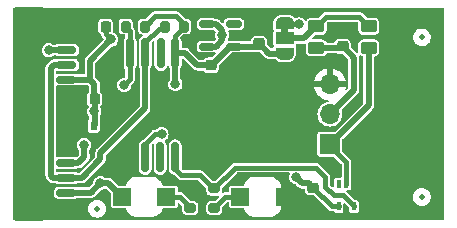
<source format=gbr>
%TF.GenerationSoftware,KiCad,Pcbnew,6.0.11+dfsg-1~bpo11+1*%
%TF.CreationDate,2023-06-01T21:50:11+00:00*%
%TF.ProjectId,TFRPM01,54465250-4d30-4312-9e6b-696361645f70,rev?*%
%TF.SameCoordinates,PX7e721e0PY7e33658*%
%TF.FileFunction,Copper,L2,Bot*%
%TF.FilePolarity,Positive*%
%FSLAX46Y46*%
G04 Gerber Fmt 4.6, Leading zero omitted, Abs format (unit mm)*
G04 Created by KiCad (PCBNEW 6.0.11+dfsg-1~bpo11+1) date 2023-06-01 21:50:11*
%MOMM*%
%LPD*%
G01*
G04 APERTURE LIST*
G04 Aperture macros list*
%AMRoundRect*
0 Rectangle with rounded corners*
0 $1 Rounding radius*
0 $2 $3 $4 $5 $6 $7 $8 $9 X,Y pos of 4 corners*
0 Add a 4 corners polygon primitive as box body*
4,1,4,$2,$3,$4,$5,$6,$7,$8,$9,$2,$3,0*
0 Add four circle primitives for the rounded corners*
1,1,$1+$1,$2,$3*
1,1,$1+$1,$4,$5*
1,1,$1+$1,$6,$7*
1,1,$1+$1,$8,$9*
0 Add four rect primitives between the rounded corners*
20,1,$1+$1,$2,$3,$4,$5,0*
20,1,$1+$1,$4,$5,$6,$7,0*
20,1,$1+$1,$6,$7,$8,$9,0*
20,1,$1+$1,$8,$9,$2,$3,0*%
%AMFreePoly0*
4,1,22,0.550000,-0.750000,0.000000,-0.750000,0.000000,-0.745033,-0.079941,-0.743568,-0.215256,-0.701293,-0.333266,-0.622738,-0.424486,-0.514219,-0.481581,-0.384460,-0.499164,-0.250000,-0.500000,-0.250000,-0.500000,0.250000,-0.499164,0.250000,-0.499963,0.256109,-0.478152,0.396186,-0.417904,0.524511,-0.324060,0.630769,-0.204165,0.706417,-0.067858,0.745374,0.000000,0.744959,0.000000,0.750000,
0.550000,0.750000,0.550000,-0.750000,0.550000,-0.750000,$1*%
%AMFreePoly1*
4,1,20,0.000000,0.744959,0.073905,0.744508,0.209726,0.703889,0.328688,0.626782,0.421226,0.519385,0.479903,0.390333,0.500000,0.250000,0.500000,-0.250000,0.499851,-0.262216,0.476331,-0.402017,0.414519,-0.529596,0.319384,-0.634700,0.198574,-0.708877,0.061801,-0.746166,0.000000,-0.745033,0.000000,-0.750000,-0.550000,-0.750000,-0.550000,0.750000,0.000000,0.750000,0.000000,0.744959,
0.000000,0.744959,$1*%
G04 Aperture macros list end*
%TA.AperFunction,SMDPad,CuDef*%
%ADD10R,0.600000X0.700000*%
%TD*%
%TA.AperFunction,ComponentPad*%
%ADD11C,6.000000*%
%TD*%
%TA.AperFunction,SMDPad,CuDef*%
%ADD12RoundRect,0.200000X0.200000X0.275000X-0.200000X0.275000X-0.200000X-0.275000X0.200000X-0.275000X0*%
%TD*%
%TA.AperFunction,ComponentPad*%
%ADD13R,1.700000X1.700000*%
%TD*%
%TA.AperFunction,ComponentPad*%
%ADD14O,1.700000X1.700000*%
%TD*%
%TA.AperFunction,SMDPad,CuDef*%
%ADD15RoundRect,0.150000X-0.512500X-0.150000X0.512500X-0.150000X0.512500X0.150000X-0.512500X0.150000X0*%
%TD*%
%TA.AperFunction,SMDPad,CuDef*%
%ADD16RoundRect,0.225000X0.225000X0.250000X-0.225000X0.250000X-0.225000X-0.250000X0.225000X-0.250000X0*%
%TD*%
%TA.AperFunction,SMDPad,CuDef*%
%ADD17RoundRect,0.150000X0.700000X-0.150000X0.700000X0.150000X-0.700000X0.150000X-0.700000X-0.150000X0*%
%TD*%
%TA.AperFunction,SMDPad,CuDef*%
%ADD18RoundRect,0.250000X1.100000X-0.250000X1.100000X0.250000X-1.100000X0.250000X-1.100000X-0.250000X0*%
%TD*%
%TA.AperFunction,SMDPad,CuDef*%
%ADD19RoundRect,0.200000X-0.275000X0.200000X-0.275000X-0.200000X0.275000X-0.200000X0.275000X0.200000X0*%
%TD*%
%TA.AperFunction,SMDPad,CuDef*%
%ADD20RoundRect,0.250000X-0.450000X0.262500X-0.450000X-0.262500X0.450000X-0.262500X0.450000X0.262500X0*%
%TD*%
%TA.AperFunction,SMDPad,CuDef*%
%ADD21RoundRect,0.250000X0.450000X-0.262500X0.450000X0.262500X-0.450000X0.262500X-0.450000X-0.262500X0*%
%TD*%
%TA.AperFunction,SMDPad,CuDef*%
%ADD22RoundRect,0.225000X-0.250000X0.225000X-0.250000X-0.225000X0.250000X-0.225000X0.250000X0.225000X0*%
%TD*%
%TA.AperFunction,SMDPad,CuDef*%
%ADD23O,0.700000X2.600000*%
%TD*%
%TA.AperFunction,SMDPad,CuDef*%
%ADD24RoundRect,0.225000X0.250000X-0.225000X0.250000X0.225000X-0.250000X0.225000X-0.250000X-0.225000X0*%
%TD*%
%TA.AperFunction,SMDPad,CuDef*%
%ADD25R,1.500000X1.500000*%
%TD*%
%TA.AperFunction,SMDPad,CuDef*%
%ADD26C,0.500000*%
%TD*%
%TA.AperFunction,SMDPad,CuDef*%
%ADD27R,0.400000X0.650000*%
%TD*%
%TA.AperFunction,SMDPad,CuDef*%
%ADD28RoundRect,0.200000X0.275000X-0.200000X0.275000X0.200000X-0.275000X0.200000X-0.275000X-0.200000X0*%
%TD*%
%TA.AperFunction,SMDPad,CuDef*%
%ADD29FreePoly0,270.000000*%
%TD*%
%TA.AperFunction,SMDPad,CuDef*%
%ADD30R,1.500000X1.000000*%
%TD*%
%TA.AperFunction,SMDPad,CuDef*%
%ADD31FreePoly1,270.000000*%
%TD*%
%TA.AperFunction,ViaPad*%
%ADD32C,0.800000*%
%TD*%
%TA.AperFunction,Conductor*%
%ADD33C,0.400000*%
%TD*%
%TA.AperFunction,Conductor*%
%ADD34C,0.500000*%
%TD*%
G04 APERTURE END LIST*
%TO.C,JP2*%
G36*
X2187500Y6825096D02*
G01*
X1587500Y6825096D01*
X1587500Y7325096D01*
X2187500Y7325096D01*
X2187500Y6825096D01*
G37*
%TD*%
D10*
%TO.P,D1,1,K*%
%TO.N,+5V*%
X-14286000Y-1016000D03*
%TO.P,D1,2,A*%
%TO.N,GND*%
X-15686000Y-1016000D03*
%TD*%
D11*
%TO.P,M2,1*%
%TO.N,GND*%
X0Y0D03*
%TD*%
D12*
%TO.P,R10,1*%
%TO.N,+3V3*%
X-6617000Y7425096D03*
%TO.P,R10,2*%
%TO.N,/SCL*%
X-8267000Y7425096D03*
%TD*%
D13*
%TO.P,J1,1*%
%TO.N,/COUNT*%
X5715000Y-2540000D03*
D14*
%TO.P,J1,2*%
%TO.N,Net-(C2-Pad1)*%
X5715000Y0D03*
%TO.P,J1,3*%
%TO.N,GND*%
X5715000Y2540000D03*
%TD*%
D15*
%TO.P,U3,1,VIN*%
%TO.N,+5V*%
X-4679500Y5725096D03*
%TO.P,U3,2,GND*%
%TO.N,GND*%
X-4679500Y6675096D03*
%TO.P,U3,3,EN*%
%TO.N,+5V*%
X-4679500Y7625096D03*
%TO.P,U3,4,NC*%
%TO.N,unconnected-(U3-Pad4)*%
X-2404500Y7625096D03*
%TO.P,U3,5,VOUT*%
%TO.N,+3V3*%
X-2404500Y5725096D03*
%TD*%
D16*
%TO.P,C3,1*%
%TO.N,+5V*%
X-14211000Y1270000D03*
%TO.P,C3,2*%
%TO.N,GND*%
X-15761000Y1270000D03*
%TD*%
%TO.P,C4,1*%
%TO.N,+5V*%
X-13267000Y7425096D03*
%TO.P,C4,2*%
%TO.N,GND*%
X-14817000Y7425096D03*
%TD*%
D17*
%TO.P,J2,1*%
%TO.N,+5V*%
X-16588000Y2931096D03*
%TO.P,J2,2*%
%TO.N,/SCL*%
X-16588000Y4181096D03*
%TO.P,J2,3*%
%TO.N,/SDA*%
X-16588000Y5431096D03*
%TO.P,J2,4*%
%TO.N,GND*%
X-16588000Y6681096D03*
D18*
%TO.P,J2,MP*%
X-19788000Y8531096D03*
X-19788000Y1081096D03*
%TD*%
D19*
%TO.P,R4,1*%
%TO.N,Net-(R4-Pad1)*%
X-4064000Y-6287000D03*
%TO.P,R4,2*%
%TO.N,Net-(D2-Pad2)*%
X-4064000Y-7937000D03*
%TD*%
D20*
%TO.P,R1,1*%
%TO.N,Net-(JP2-Pad2)*%
X9008000Y7437596D03*
%TO.P,R1,2*%
%TO.N,/COUNT*%
X9008000Y5612596D03*
%TD*%
D21*
%TO.P,R2,1*%
%TO.N,Net-(C2-Pad1)*%
X4572000Y5612596D03*
%TO.P,R2,2*%
%TO.N,Net-(JP2-Pad2)*%
X4572000Y7437596D03*
%TD*%
D12*
%TO.P,R3,1*%
%TO.N,+3V3*%
X-9917000Y7425096D03*
%TO.P,R3,2*%
%TO.N,/SDA*%
X-11567000Y7425096D03*
%TD*%
D22*
%TO.P,C6,1*%
%TO.N,+3V3*%
X4300000Y-6225000D03*
%TO.P,C6,2*%
%TO.N,GND*%
X4300000Y-7775000D03*
%TD*%
D17*
%TO.P,J3,1*%
%TO.N,+5V*%
X-16588000Y-6643904D03*
%TO.P,J3,2*%
%TO.N,/SCL*%
X-16588000Y-5393904D03*
%TO.P,J3,3*%
%TO.N,/SDA*%
X-16588000Y-4143904D03*
%TO.P,J3,4*%
%TO.N,GND*%
X-16588000Y-2893904D03*
D18*
%TO.P,J3,MP*%
X-19788000Y-8493904D03*
X-19788000Y-1043904D03*
%TD*%
D22*
%TO.P,C5,1*%
%TO.N,+3V3*%
X-4343400Y4150296D03*
%TO.P,C5,2*%
%TO.N,GND*%
X-4343400Y2600296D03*
%TD*%
D23*
%TO.P,U1,1,OSCI*%
%TO.N,Net-(R4-Pad1)*%
X-7387000Y-3638000D03*
%TO.P,U1,2,OSCO*%
%TO.N,unconnected-(U1-Pad2)*%
X-8657000Y-3638000D03*
%TO.P,U1,3,A0*%
%TO.N,Net-(JP1-Pad2)*%
X-9927000Y-3638000D03*
%TO.P,U1,4,VSS*%
%TO.N,GND*%
X-11202000Y-3638000D03*
%TO.P,U1,5,SDA*%
%TO.N,/SDA*%
X-11197000Y5162000D03*
%TO.P,U1,6,SCL*%
%TO.N,/SCL*%
X-9927000Y5162000D03*
%TO.P,U1,7,#INT*%
%TO.N,unconnected-(U1-Pad7)*%
X-8592000Y5162000D03*
%TO.P,U1,8,VDD*%
%TO.N,+3V3*%
X-7387000Y5162000D03*
%TD*%
D24*
%TO.P,C1,1*%
%TO.N,+3V3*%
X-292000Y6000096D03*
%TO.P,C1,2*%
%TO.N,GND*%
X-292000Y7550096D03*
%TD*%
%TO.P,C2,1*%
%TO.N,Net-(C2-Pad1)*%
X6790000Y5750096D03*
%TO.P,C2,2*%
%TO.N,GND*%
X6790000Y7300096D03*
%TD*%
D25*
%TO.P,D2,1,K*%
%TO.N,GND*%
X1880000Y-7000000D03*
%TO.P,D2,2,A*%
%TO.N,Net-(D2-Pad2)*%
X-1880000Y-7000000D03*
%TD*%
D26*
%TO.P,FID3,*%
%TO.N,*%
X-14000000Y-8000000D03*
%TD*%
D27*
%TO.P,U2,1*%
%TO.N,N/C*%
X6462000Y-5910904D03*
%TO.P,U2,2*%
%TO.N,/COUNT*%
X7112000Y-5910904D03*
%TO.P,U2,3,GND*%
%TO.N,GND*%
X7762000Y-5910904D03*
%TO.P,U2,4*%
%TO.N,Net-(R4-Pad1)*%
X7762000Y-7810904D03*
%TO.P,U2,5,VCC*%
%TO.N,+3V3*%
X6462000Y-7810904D03*
%TD*%
D28*
%TO.P,R5,1*%
%TO.N,Net-(D3-Pad1)*%
X-6096000Y-7937000D03*
%TO.P,R5,2*%
%TO.N,GND*%
X-6096000Y-6287000D03*
%TD*%
D26*
%TO.P,FID1,*%
%TO.N,*%
X13500000Y6500000D03*
%TD*%
D25*
%TO.P,D3,1,K*%
%TO.N,Net-(D3-Pad1)*%
X-8120000Y-7000000D03*
%TO.P,D3,2,A*%
%TO.N,+5V*%
X-11880000Y-7000000D03*
%TD*%
D26*
%TO.P,FID2,*%
%TO.N,*%
X13500000Y-7000000D03*
%TD*%
D29*
%TO.P,JP2,1,A*%
%TO.N,+5V*%
X1887500Y7725096D03*
D30*
%TO.P,JP2,2,C*%
%TO.N,Net-(JP2-Pad2)*%
X1887500Y6425096D03*
D31*
%TO.P,JP2,3,B*%
%TO.N,+3V3*%
X1887500Y5125096D03*
%TD*%
D32*
%TO.N,GND*%
X-1270000Y8382000D03*
X11412000Y-1171304D03*
X-12192000Y3807096D03*
X-17272000Y-8382000D03*
X-12192000Y-8384904D03*
X-20320000Y3302000D03*
X-20320000Y-6350000D03*
X-20320000Y-3302000D03*
X-20320000Y-5334000D03*
X-20320000Y6350000D03*
X-20320000Y-4318000D03*
X-20320000Y5334000D03*
X-20320000Y4318000D03*
X-16256000Y8506096D03*
X6096000Y-4572000D03*
X11412000Y-5056904D03*
X11412000Y-6160904D03*
X11412000Y-3952904D03*
X11412000Y8268096D03*
X-2286000Y3807096D03*
X11412000Y-8368904D03*
X11412000Y-7264904D03*
X3812000Y3131096D03*
X3812000Y1431096D03*
X11412000Y7125096D03*
X-2540000Y-8384904D03*
X-17018000Y0D03*
X-400000Y3700000D03*
X2286000Y-8382000D03*
X-11176000Y1270000D03*
X-12700000Y-510904D03*
X-1923406Y-5419175D03*
X10312000Y-5068904D03*
X-7900000Y-5600000D03*
X-5867400Y-4041504D03*
X-4188000Y-1368904D03*
X-12700000Y1267096D03*
X-4188000Y331096D03*
X3008000Y-2374904D03*
X-8636000Y2794000D03*
X11412000Y5096000D03*
X11412000Y6112000D03*
X5842000Y4318000D03*
X-7620000Y-8384904D03*
X-17018000Y-1270000D03*
X-12522200Y8506096D03*
X3810000Y-3302000D03*
X-18642000Y6975096D03*
X-17018000Y1270000D03*
X-17526000Y8506096D03*
X-3540964Y-3032964D03*
X-5080000Y-7100000D03*
%TO.N,+3V3*%
X-7366000Y2540000D03*
X2870200Y-5336904D03*
%TO.N,+5V*%
X-14224000Y254000D03*
X-12792000Y6325096D03*
X-13716000Y-5842000D03*
X3100000Y7600000D03*
X-3403600Y6705600D03*
%TO.N,/SDA*%
X-15100000Y-2600000D03*
X-18084800Y5407296D03*
X-11688000Y2481096D03*
%TO.N,Net-(JP1-Pad2)*%
X-8534400Y-1704704D03*
%TD*%
D33*
%TO.N,Net-(D2-Pad2)*%
X-3127000Y-7000000D02*
X-4064000Y-7937000D01*
X-1880000Y-7000000D02*
X-3127000Y-7000000D01*
D34*
%TO.N,/COUNT*%
X5715000Y-2540000D02*
X8991600Y736600D01*
X8991600Y736600D02*
X8991600Y5556196D01*
D33*
X7112000Y-4066904D02*
X5715000Y-2669904D01*
X7112000Y-4066904D02*
X7112000Y-5910904D01*
%TO.N,+3V3*%
X-7387000Y4375096D02*
X-7387000Y6655096D01*
D34*
X4300000Y-6225000D02*
X3917000Y-5842000D01*
X-7387000Y2561000D02*
X-7387000Y3535000D01*
X-7387000Y3535000D02*
X-7387000Y5162000D01*
D33*
X6462000Y-7810904D02*
X5885904Y-7810904D01*
D34*
X-4305000Y4150296D02*
X-2730200Y5725096D01*
X3375296Y-5842000D02*
X2870200Y-5336904D01*
X-5499400Y4150296D02*
X-4343400Y4150296D01*
D33*
X-6617000Y7600096D02*
X-7316520Y8299616D01*
D34*
X3917000Y-5842000D02*
X3375296Y-5842000D01*
X-2730200Y5725096D02*
X-2404500Y5725096D01*
X1958000Y5125096D02*
X583000Y5125096D01*
D33*
X-7316520Y8299616D02*
X-9092480Y8299616D01*
D34*
X-6511104Y5162000D02*
X-5499400Y4150296D01*
D33*
X-7387000Y6655096D02*
X-6617000Y7425096D01*
D34*
X-4343400Y4150296D02*
X-4305000Y4150296D01*
X-7387000Y5162000D02*
X-6511104Y5162000D01*
X-2404500Y5725096D02*
X-25096Y5725096D01*
D33*
X-9092480Y8299616D02*
X-9967000Y7425096D01*
X5885904Y-7810904D02*
X4300000Y-6225000D01*
D34*
X583000Y5125096D02*
X-292000Y6000096D01*
%TO.N,+5V*%
X-3403600Y6248400D02*
X-3926904Y5725096D01*
X-13038000Y-5842000D02*
X-11880000Y-7000000D01*
X-3926904Y5725096D02*
X-4679500Y5725096D01*
X-14224000Y2560192D02*
X-14594904Y2931096D01*
X-14224000Y2560192D02*
X-14224000Y1283000D01*
X-3403600Y6705600D02*
X-3403600Y6248400D01*
X-14211000Y1270000D02*
X-14211000Y-941000D01*
X-14211000Y-941000D02*
X-14286000Y-1016000D01*
X-3403600Y6705600D02*
X-3403600Y7086600D01*
X-3942096Y7625096D02*
X-4642000Y7625096D01*
X-12792000Y6325096D02*
X-12801104Y6325096D01*
D33*
X3100000Y7600000D02*
X2012596Y7600000D01*
D34*
X-14594904Y4531296D02*
X-14594904Y2931096D01*
X-3403600Y7086600D02*
X-3942096Y7625096D01*
X-13716000Y-5842000D02*
X-13038000Y-5842000D01*
X-14517904Y-6643904D02*
X-13716000Y-5842000D01*
D33*
X-13267000Y6800096D02*
X-12792000Y6325096D01*
D34*
X-12801104Y6325096D02*
X-14594904Y4531296D01*
X-16588000Y-6643904D02*
X-14517904Y-6643904D01*
D33*
X-13267000Y7425096D02*
X-13267000Y6800096D01*
D34*
X-16588000Y2931096D02*
X-14594904Y2931096D01*
%TO.N,/SDA*%
X-15100000Y-2600000D02*
X-15079236Y-3649236D01*
X-15079236Y-3649236D02*
X-15573904Y-4143904D01*
D33*
X-11197000Y2972096D02*
X-11688000Y2481096D01*
D34*
X-15573904Y-4143904D02*
X-16588000Y-4143904D01*
D33*
X-11197000Y4375096D02*
X-11197000Y7005096D01*
D34*
X-18061000Y5431096D02*
X-18084800Y5407296D01*
X-16588000Y5431096D02*
X-18061000Y5431096D01*
D33*
X-11197000Y7005096D02*
X-11617000Y7425096D01*
X-11197000Y4375096D02*
X-11197000Y2972096D01*
D34*
%TO.N,/SCL*%
X-15299904Y-5393904D02*
X-16588000Y-5393904D01*
X-17913000Y-5201000D02*
X-17913000Y3931000D01*
X-16588000Y-5393904D02*
X-17720096Y-5393904D01*
D33*
X-8267000Y7425096D02*
X-8478496Y7213600D01*
D34*
X-17913000Y3931000D02*
X-17662904Y4181096D01*
D33*
X-8788400Y7213600D02*
X-9927000Y6075000D01*
D34*
X-13716000Y-3302000D02*
X-13716000Y-3810000D01*
X-9927000Y487000D02*
X-13716000Y-3302000D01*
X-17662904Y4181096D02*
X-16588000Y4181096D01*
X-17720096Y-5393904D02*
X-17913000Y-5201000D01*
X-13716000Y-3810000D02*
X-15299904Y-5393904D01*
X-9927000Y4375096D02*
X-9927000Y487000D01*
D33*
X-8478496Y7213600D02*
X-8788400Y7213600D01*
%TO.N,Net-(R4-Pad1)*%
X-4155304Y-6287000D02*
X-5283200Y-5159104D01*
X6858000Y-6858000D02*
X7762000Y-7762000D01*
X-4064000Y-6287000D02*
X-2301104Y-4524104D01*
X5334000Y-6134000D02*
X6058000Y-6858000D01*
X-4064000Y-6287000D02*
X-4155304Y-6287000D01*
X-7387000Y-4630104D02*
X-7387000Y-3638000D01*
X-2301104Y-4524104D02*
X4524104Y-4524104D01*
X4524104Y-4524104D02*
X5334000Y-5334000D01*
X-5283200Y-5159104D02*
X-6858000Y-5159104D01*
X5334000Y-5334000D02*
X5334000Y-6134000D01*
X-6858000Y-5159104D02*
X-7387000Y-4630104D01*
X6058000Y-6858000D02*
X6858000Y-6858000D01*
%TO.N,Net-(JP1-Pad2)*%
X-9104704Y-1704704D02*
X-8534400Y-1704704D01*
X-9927000Y-2527000D02*
X-9104704Y-1704704D01*
X-9927000Y-3638000D02*
X-9927000Y-2527000D01*
D34*
%TO.N,Net-(JP2-Pad2)*%
X3559500Y6425096D02*
X4572000Y7437596D01*
D33*
X5357202Y8222798D02*
X4572000Y7437596D01*
X8222798Y8222798D02*
X5357202Y8222798D01*
D34*
X1958000Y6425096D02*
X3559500Y6425096D01*
D33*
X9008000Y7437596D02*
X8222798Y8222798D01*
D34*
X2443000Y6347096D02*
X2443000Y6250096D01*
X2443000Y6250096D02*
X2413000Y6220096D01*
%TO.N,Net-(C2-Pad1)*%
X6604000Y5575000D02*
X6965096Y5575000D01*
X4572000Y5612596D02*
X6566404Y5612596D01*
X6965096Y5575000D02*
X7741489Y4798607D01*
X7741489Y4798607D02*
X7741489Y2026489D01*
X7741489Y2026489D02*
X5715000Y0D01*
D33*
%TO.N,Net-(D3-Pad1)*%
X-6970000Y-7000000D02*
X-8120000Y-7000000D01*
X-6096000Y-7874000D02*
X-6970000Y-7000000D01*
%TD*%
%TA.AperFunction,Conductor*%
%TO.N,GND*%
G36*
X15383066Y9007187D02*
G01*
X15408376Y8963350D01*
X15409500Y8950500D01*
X15409500Y-8900500D01*
X15392187Y-8948066D01*
X15348350Y-8973376D01*
X15335500Y-8974500D01*
X-21015500Y-8974500D01*
X-21063066Y-8957187D01*
X-21088376Y-8913350D01*
X-21089500Y-8900500D01*
X-21089500Y-7989455D01*
X-14755175Y-7989455D01*
X-14750182Y-8040374D01*
X-14740920Y-8134838D01*
X-14738745Y-8157025D01*
X-14737441Y-8160946D01*
X-14737440Y-8160949D01*
X-14703723Y-8262304D01*
X-14685598Y-8316791D01*
X-14598376Y-8460812D01*
X-14595504Y-8463786D01*
X-14541218Y-8520000D01*
X-14481414Y-8581929D01*
X-14477955Y-8584193D01*
X-14477952Y-8584195D01*
X-14343990Y-8671858D01*
X-14343987Y-8671860D01*
X-14340525Y-8674125D01*
X-14336645Y-8675568D01*
X-14186589Y-8731373D01*
X-14186587Y-8731373D01*
X-14182711Y-8732815D01*
X-14139781Y-8738543D01*
X-14019920Y-8754536D01*
X-14019916Y-8754536D01*
X-14015817Y-8755083D01*
X-14011696Y-8754708D01*
X-14011692Y-8754708D01*
X-13940113Y-8748193D01*
X-13848136Y-8739823D01*
X-13688003Y-8687793D01*
X-13667495Y-8675568D01*
X-13546930Y-8603696D01*
X-13543377Y-8601578D01*
X-13421446Y-8485465D01*
X-13328269Y-8345223D01*
X-13317469Y-8316791D01*
X-13269948Y-8191692D01*
X-13269947Y-8191686D01*
X-13268479Y-8187823D01*
X-13266283Y-8172200D01*
X-13245368Y-8023389D01*
X-13245368Y-8023383D01*
X-13245045Y-8021088D01*
X-13244907Y-8011205D01*
X-13244783Y-8002329D01*
X-13244783Y-8002322D01*
X-13244751Y-8000000D01*
X-13263519Y-7832676D01*
X-13265067Y-7828231D01*
X-13317532Y-7677572D01*
X-13317534Y-7677568D01*
X-13318892Y-7673668D01*
X-13324814Y-7664190D01*
X-13405923Y-7534388D01*
X-13405925Y-7534386D01*
X-13408116Y-7530879D01*
X-13526758Y-7411406D01*
X-13668921Y-7321187D01*
X-13697049Y-7311171D01*
X-13823636Y-7266095D01*
X-13823640Y-7266094D01*
X-13827538Y-7264706D01*
X-13831646Y-7264216D01*
X-13831651Y-7264215D01*
X-13990618Y-7245259D01*
X-13994727Y-7244769D01*
X-13998837Y-7245201D01*
X-13998838Y-7245201D01*
X-14158070Y-7261937D01*
X-14158071Y-7261937D01*
X-14162179Y-7262369D01*
X-14178987Y-7268091D01*
X-14317658Y-7315298D01*
X-14317662Y-7315300D01*
X-14321569Y-7316630D01*
X-14464978Y-7404856D01*
X-14585276Y-7522661D01*
X-14676485Y-7664190D01*
X-14690468Y-7702608D01*
X-14732657Y-7818517D01*
X-14732658Y-7818522D01*
X-14734073Y-7822409D01*
X-14734592Y-7826514D01*
X-14734592Y-7826516D01*
X-14751270Y-7958545D01*
X-14755175Y-7989455D01*
X-21089500Y-7989455D01*
X-21089500Y-6827122D01*
X-17638500Y-6827122D01*
X-17638105Y-6829805D01*
X-17629196Y-6890327D01*
X-17629195Y-6890330D01*
X-17628358Y-6896016D01*
X-17625825Y-6901176D01*
X-17625824Y-6901178D01*
X-17603316Y-6947021D01*
X-17576932Y-7000759D01*
X-17572603Y-7005080D01*
X-17572602Y-7005082D01*
X-17500610Y-7076948D01*
X-17494350Y-7083197D01*
X-17488853Y-7085884D01*
X-17395066Y-7131728D01*
X-17389518Y-7134440D01*
X-17321218Y-7144404D01*
X-15854782Y-7144404D01*
X-15848637Y-7143499D01*
X-15791577Y-7135100D01*
X-15791574Y-7135099D01*
X-15785888Y-7134262D01*
X-15780728Y-7131729D01*
X-15780726Y-7131728D01*
X-15720133Y-7101978D01*
X-15687520Y-7094404D01*
X-14549055Y-7094404D01*
X-14540358Y-7094917D01*
X-14528712Y-7096295D01*
X-14503594Y-7099268D01*
X-14498152Y-7098274D01*
X-14498149Y-7098274D01*
X-14445104Y-7088586D01*
X-14442811Y-7088204D01*
X-14389408Y-7080175D01*
X-14389407Y-7080175D01*
X-14383942Y-7079353D01*
X-14379106Y-7077030D01*
X-14378768Y-7076948D01*
X-14378504Y-7076857D01*
X-14376267Y-7076131D01*
X-14375958Y-7076036D01*
X-14375608Y-7075892D01*
X-14370331Y-7074929D01*
X-14317562Y-7047518D01*
X-14315491Y-7046483D01*
X-14266812Y-7023108D01*
X-14266811Y-7023107D01*
X-14261825Y-7020713D01*
X-14257881Y-7017067D01*
X-14256973Y-7016525D01*
X-14253862Y-7014429D01*
X-14250116Y-7012483D01*
X-14245076Y-7008179D01*
X-14207106Y-6970209D01*
X-14205011Y-6968195D01*
X-14166411Y-6932514D01*
X-14166410Y-6932513D01*
X-14162348Y-6928758D01*
X-14159569Y-6923974D01*
X-14156872Y-6920607D01*
X-14151446Y-6914549D01*
X-13697576Y-6460680D01*
X-13654910Y-6439639D01*
X-13623267Y-6435474D01*
X-13564043Y-6427677D01*
X-13564040Y-6427676D01*
X-13559238Y-6427044D01*
X-13413159Y-6366536D01*
X-13409314Y-6363586D01*
X-13409311Y-6363584D01*
X-13336602Y-6307792D01*
X-13291554Y-6292500D01*
X-13255255Y-6292500D01*
X-13207689Y-6309813D01*
X-13202929Y-6314174D01*
X-12852174Y-6664929D01*
X-12830782Y-6710805D01*
X-12830500Y-6717255D01*
X-12830500Y-7769748D01*
X-12818867Y-7828231D01*
X-12814816Y-7834293D01*
X-12814816Y-7834294D01*
X-12813151Y-7836786D01*
X-12774552Y-7894552D01*
X-12768491Y-7898602D01*
X-12724654Y-7927893D01*
X-12708231Y-7938867D01*
X-12663705Y-7947724D01*
X-12653318Y-7949790D01*
X-12653317Y-7949790D01*
X-12649748Y-7950500D01*
X-11625452Y-7950500D01*
X-11577886Y-7967813D01*
X-11553973Y-8005348D01*
X-11543752Y-8043495D01*
X-11542385Y-8046426D01*
X-11471958Y-8197461D01*
X-11469768Y-8202158D01*
X-11457136Y-8220198D01*
X-11383914Y-8324771D01*
X-11369355Y-8345564D01*
X-11245566Y-8469354D01*
X-11102161Y-8569768D01*
X-11099239Y-8571131D01*
X-11099233Y-8571134D01*
X-11029403Y-8603696D01*
X-10943499Y-8643754D01*
X-10774399Y-8689064D01*
X-10771178Y-8689346D01*
X-10771177Y-8689346D01*
X-10643206Y-8700542D01*
X-10637379Y-8701286D01*
X-10615178Y-8705021D01*
X-10615176Y-8705021D01*
X-10612354Y-8705496D01*
X-10609492Y-8705531D01*
X-10607001Y-8705561D01*
X-10600000Y-8705647D01*
X-10569276Y-8701247D01*
X-10558785Y-8700500D01*
X-9448228Y-8700500D01*
X-9435950Y-8701526D01*
X-9412354Y-8705496D01*
X-9409491Y-8705531D01*
X-9407817Y-8705551D01*
X-9400000Y-8705647D01*
X-9397174Y-8705242D01*
X-9397169Y-8705242D01*
X-9378294Y-8702539D01*
X-9374255Y-8702074D01*
X-9304377Y-8695960D01*
X-9225600Y-8689068D01*
X-9056500Y-8643757D01*
X-8959933Y-8598727D01*
X-8900765Y-8571137D01*
X-8900759Y-8571134D01*
X-8897837Y-8569771D01*
X-8754432Y-8469357D01*
X-8630642Y-8345566D01*
X-8627690Y-8341351D01*
X-8536702Y-8211404D01*
X-8530229Y-8202160D01*
X-8525347Y-8191692D01*
X-8457611Y-8046427D01*
X-8456244Y-8043496D01*
X-8450856Y-8023389D01*
X-8446021Y-8005347D01*
X-8416987Y-7963882D01*
X-8374543Y-7950500D01*
X-7350252Y-7950500D01*
X-7346683Y-7949790D01*
X-7346682Y-7949790D01*
X-7336295Y-7947724D01*
X-7291769Y-7938867D01*
X-7275345Y-7927893D01*
X-7231509Y-7898602D01*
X-7225448Y-7894552D01*
X-7186849Y-7836786D01*
X-7185184Y-7834294D01*
X-7185184Y-7834293D01*
X-7181133Y-7828231D01*
X-7169500Y-7769748D01*
X-7169500Y-7545545D01*
X-7152187Y-7497979D01*
X-7108350Y-7472669D01*
X-7058500Y-7481459D01*
X-7043174Y-7493219D01*
X-6793174Y-7743219D01*
X-6771782Y-7789095D01*
X-6771500Y-7795545D01*
X-6771499Y-7985352D01*
X-6771499Y-8168518D01*
X-6771044Y-8171390D01*
X-6771044Y-8171392D01*
X-6768935Y-8184706D01*
X-6756646Y-8262304D01*
X-6747397Y-8280456D01*
X-6701696Y-8370150D01*
X-6701694Y-8370152D01*
X-6699050Y-8375342D01*
X-6609342Y-8465050D01*
X-6604152Y-8467694D01*
X-6604150Y-8467696D01*
X-6501498Y-8520000D01*
X-6501495Y-8520001D01*
X-6496304Y-8522646D01*
X-6490552Y-8523557D01*
X-6490549Y-8523558D01*
X-6405398Y-8537044D01*
X-6402519Y-8537500D01*
X-6096000Y-8537500D01*
X-5789482Y-8537499D01*
X-5786610Y-8537044D01*
X-5786608Y-8537044D01*
X-5754910Y-8532024D01*
X-5695696Y-8522646D01*
X-5628318Y-8488315D01*
X-5587850Y-8467696D01*
X-5587848Y-8467694D01*
X-5582658Y-8465050D01*
X-5492950Y-8375342D01*
X-5490306Y-8370152D01*
X-5490304Y-8370150D01*
X-5438000Y-8267498D01*
X-5437999Y-8267495D01*
X-5435354Y-8262304D01*
X-5434443Y-8256552D01*
X-5434442Y-8256549D01*
X-5420955Y-8171392D01*
X-5420500Y-8168519D01*
X-5420501Y-7705482D01*
X-5421817Y-7697169D01*
X-5434443Y-7617450D01*
X-5435354Y-7611696D01*
X-5474601Y-7534669D01*
X-5490304Y-7503850D01*
X-5490306Y-7503848D01*
X-5492950Y-7498658D01*
X-5582658Y-7408950D01*
X-5587848Y-7406306D01*
X-5587850Y-7406304D01*
X-5690502Y-7354000D01*
X-5690505Y-7353999D01*
X-5695696Y-7351354D01*
X-5701448Y-7350443D01*
X-5701451Y-7350442D01*
X-5786608Y-7336955D01*
X-5789481Y-7336500D01*
X-6036455Y-7336500D01*
X-6084021Y-7319187D01*
X-6088781Y-7314826D01*
X-6709091Y-6694516D01*
X-6709095Y-6694513D01*
X-6731658Y-6671950D01*
X-6739267Y-6668073D01*
X-6754902Y-6660106D01*
X-6764802Y-6654039D01*
X-6781196Y-6642128D01*
X-6781201Y-6642126D01*
X-6785910Y-6638704D01*
X-6791448Y-6636905D01*
X-6791449Y-6636904D01*
X-6810722Y-6630642D01*
X-6821450Y-6626198D01*
X-6839503Y-6617000D01*
X-6844696Y-6614354D01*
X-6860456Y-6611858D01*
X-6870463Y-6610273D01*
X-6881754Y-6607562D01*
X-6901026Y-6601300D01*
X-6901029Y-6601300D01*
X-6906567Y-6599500D01*
X-7095500Y-6599500D01*
X-7143066Y-6582187D01*
X-7168376Y-6538350D01*
X-7169500Y-6525500D01*
X-7169500Y-6230252D01*
X-7181133Y-6171769D01*
X-7191522Y-6156220D01*
X-7221398Y-6111509D01*
X-7225448Y-6105448D01*
X-7291769Y-6061133D01*
X-7336295Y-6052276D01*
X-7346682Y-6050210D01*
X-7346683Y-6050210D01*
X-7350252Y-6049500D01*
X-8374542Y-6049500D01*
X-8422108Y-6032187D01*
X-8446020Y-5994653D01*
X-8455406Y-5959626D01*
X-8456244Y-5956498D01*
X-8510761Y-5839589D01*
X-8528865Y-5800765D01*
X-8528866Y-5800764D01*
X-8530231Y-5797836D01*
X-8542083Y-5780909D01*
X-8608190Y-5686501D01*
X-8630645Y-5654432D01*
X-8754434Y-5530643D01*
X-8889277Y-5436226D01*
X-8895194Y-5432083D01*
X-8897839Y-5430231D01*
X-9056502Y-5356246D01*
X-9110743Y-5341712D01*
X-9222481Y-5311772D01*
X-9225601Y-5310936D01*
X-9228822Y-5310654D01*
X-9228823Y-5310654D01*
X-9356794Y-5299458D01*
X-9362621Y-5298714D01*
X-9384822Y-5294979D01*
X-9384824Y-5294979D01*
X-9387646Y-5294504D01*
X-9390508Y-5294469D01*
X-9392999Y-5294439D01*
X-9400000Y-5294353D01*
X-9421849Y-5297482D01*
X-9430724Y-5298753D01*
X-9441215Y-5299500D01*
X-10551772Y-5299500D01*
X-10564049Y-5298474D01*
X-10584823Y-5294979D01*
X-10584822Y-5294979D01*
X-10587646Y-5294504D01*
X-10590509Y-5294469D01*
X-10591629Y-5294455D01*
X-10600000Y-5294353D01*
X-10602832Y-5294759D01*
X-10602838Y-5294759D01*
X-10621852Y-5297482D01*
X-10625889Y-5297947D01*
X-10774398Y-5310940D01*
X-10943497Y-5356249D01*
X-10946417Y-5357611D01*
X-10946418Y-5357611D01*
X-11099237Y-5428871D01*
X-11099241Y-5428873D01*
X-11102159Y-5430234D01*
X-11104804Y-5432086D01*
X-11242913Y-5528790D01*
X-11242916Y-5528793D01*
X-11245563Y-5530646D01*
X-11369352Y-5654435D01*
X-11396715Y-5693513D01*
X-11467910Y-5795188D01*
X-11469766Y-5797838D01*
X-11471129Y-5800760D01*
X-11471132Y-5800766D01*
X-11514796Y-5894404D01*
X-11543752Y-5956500D01*
X-11553975Y-5994653D01*
X-11583008Y-6036117D01*
X-11625453Y-6049500D01*
X-12162745Y-6049500D01*
X-12210311Y-6032187D01*
X-12215071Y-6027826D01*
X-12697423Y-5545474D01*
X-12703210Y-5538961D01*
X-12722703Y-5514234D01*
X-12722705Y-5514232D01*
X-12726128Y-5509890D01*
X-12740592Y-5499893D01*
X-12775056Y-5476074D01*
X-12776948Y-5474722D01*
X-12820366Y-5442652D01*
X-12820370Y-5442650D01*
X-12824816Y-5439366D01*
X-12829882Y-5437588D01*
X-12830185Y-5437403D01*
X-12830445Y-5437276D01*
X-12832506Y-5436226D01*
X-12832811Y-5436064D01*
X-12833155Y-5435920D01*
X-12837569Y-5432869D01*
X-12894268Y-5414937D01*
X-12896471Y-5414202D01*
X-12947408Y-5396315D01*
X-12947409Y-5396315D01*
X-12952631Y-5394481D01*
X-12957994Y-5394271D01*
X-12959013Y-5394013D01*
X-12962703Y-5393294D01*
X-12966730Y-5392020D01*
X-12973337Y-5391500D01*
X-13027039Y-5391500D01*
X-13029945Y-5391443D01*
X-13082470Y-5389379D01*
X-13087994Y-5389162D01*
X-13093336Y-5390578D01*
X-13097636Y-5391053D01*
X-13105754Y-5391500D01*
X-13291554Y-5391500D01*
X-13336602Y-5376208D01*
X-13409311Y-5320416D01*
X-13409314Y-5320414D01*
X-13413159Y-5317464D01*
X-13559238Y-5256956D01*
X-13564040Y-5256324D01*
X-13564043Y-5256323D01*
X-13711192Y-5236951D01*
X-13716000Y-5236318D01*
X-13720808Y-5236951D01*
X-13867957Y-5256323D01*
X-13867960Y-5256324D01*
X-13872762Y-5256956D01*
X-14018841Y-5317464D01*
X-14022685Y-5320414D01*
X-14022689Y-5320416D01*
X-14119212Y-5394481D01*
X-14144282Y-5413718D01*
X-14147237Y-5417569D01*
X-14237584Y-5535311D01*
X-14237586Y-5535315D01*
X-14240536Y-5539159D01*
X-14301044Y-5685238D01*
X-14301676Y-5690040D01*
X-14301677Y-5690043D01*
X-14306412Y-5726014D01*
X-14311745Y-5766525D01*
X-14313639Y-5780909D01*
X-14334680Y-5823576D01*
X-14682833Y-6171730D01*
X-14728709Y-6193122D01*
X-14735159Y-6193404D01*
X-15687458Y-6193404D01*
X-15719955Y-6185887D01*
X-15781322Y-6155890D01*
X-15781323Y-6155890D01*
X-15786482Y-6153368D01*
X-15854782Y-6143404D01*
X-17321218Y-6143404D01*
X-17323901Y-6143799D01*
X-17384423Y-6152708D01*
X-17384426Y-6152709D01*
X-17390112Y-6153546D01*
X-17395272Y-6156079D01*
X-17395274Y-6156080D01*
X-17427149Y-6171730D01*
X-17494855Y-6204972D01*
X-17499176Y-6209301D01*
X-17499178Y-6209302D01*
X-17572972Y-6283225D01*
X-17577293Y-6287554D01*
X-17579980Y-6293051D01*
X-17622704Y-6380456D01*
X-17628536Y-6392386D01*
X-17638500Y-6460686D01*
X-17638500Y-6827122D01*
X-21089500Y-6827122D01*
X-21089500Y-5215310D01*
X-18368364Y-5215310D01*
X-18367370Y-5220752D01*
X-18367370Y-5220755D01*
X-18357682Y-5273800D01*
X-18357300Y-5276093D01*
X-18352104Y-5310654D01*
X-18348449Y-5334962D01*
X-18346126Y-5339798D01*
X-18346044Y-5340136D01*
X-18345953Y-5340400D01*
X-18345227Y-5342637D01*
X-18345132Y-5342946D01*
X-18344988Y-5343296D01*
X-18344025Y-5348573D01*
X-18320233Y-5394374D01*
X-18316618Y-5401334D01*
X-18315583Y-5403405D01*
X-18289809Y-5457079D01*
X-18286163Y-5461023D01*
X-18285621Y-5461931D01*
X-18283525Y-5465042D01*
X-18281579Y-5468788D01*
X-18277275Y-5473828D01*
X-18239305Y-5511798D01*
X-18237291Y-5513893D01*
X-18197854Y-5556556D01*
X-18193072Y-5559334D01*
X-18189705Y-5562031D01*
X-18183646Y-5567457D01*
X-18060673Y-5690430D01*
X-18054886Y-5696943D01*
X-18036544Y-5720209D01*
X-18031968Y-5726014D01*
X-18027419Y-5729158D01*
X-18027418Y-5729159D01*
X-17983040Y-5759830D01*
X-17981148Y-5761182D01*
X-17937730Y-5793252D01*
X-17937726Y-5793254D01*
X-17933280Y-5796538D01*
X-17928214Y-5798316D01*
X-17927911Y-5798501D01*
X-17927651Y-5798628D01*
X-17925590Y-5799678D01*
X-17925285Y-5799840D01*
X-17924941Y-5799984D01*
X-17920527Y-5803035D01*
X-17881379Y-5815416D01*
X-17863828Y-5820967D01*
X-17861625Y-5821702D01*
X-17814145Y-5838375D01*
X-17805465Y-5841423D01*
X-17800102Y-5841633D01*
X-17799083Y-5841891D01*
X-17795393Y-5842610D01*
X-17791366Y-5843884D01*
X-17784759Y-5844404D01*
X-17731057Y-5844404D01*
X-17728151Y-5844461D01*
X-17675630Y-5846525D01*
X-17675629Y-5846525D01*
X-17670102Y-5846742D01*
X-17664755Y-5845324D01*
X-17660470Y-5844851D01*
X-17652349Y-5844404D01*
X-17488542Y-5844404D01*
X-17456045Y-5851921D01*
X-17394678Y-5881918D01*
X-17394677Y-5881918D01*
X-17389518Y-5884440D01*
X-17321218Y-5894404D01*
X-15854782Y-5894404D01*
X-15848637Y-5893499D01*
X-15791577Y-5885100D01*
X-15791574Y-5885099D01*
X-15785888Y-5884262D01*
X-15780728Y-5881729D01*
X-15780726Y-5881728D01*
X-15720133Y-5851978D01*
X-15687520Y-5844404D01*
X-15331055Y-5844404D01*
X-15322358Y-5844917D01*
X-15310712Y-5846295D01*
X-15285594Y-5849268D01*
X-15280152Y-5848274D01*
X-15280149Y-5848274D01*
X-15227104Y-5838586D01*
X-15224811Y-5838204D01*
X-15171408Y-5830175D01*
X-15171407Y-5830175D01*
X-15165942Y-5829353D01*
X-15161106Y-5827030D01*
X-15160768Y-5826948D01*
X-15160504Y-5826857D01*
X-15158267Y-5826131D01*
X-15157958Y-5826036D01*
X-15157608Y-5825892D01*
X-15152331Y-5824929D01*
X-15099562Y-5797518D01*
X-15097491Y-5796483D01*
X-15048812Y-5773108D01*
X-15048811Y-5773107D01*
X-15043825Y-5770713D01*
X-15039881Y-5767067D01*
X-15038973Y-5766525D01*
X-15035862Y-5764429D01*
X-15032116Y-5762483D01*
X-15027076Y-5758179D01*
X-14989106Y-5720209D01*
X-14987011Y-5718195D01*
X-14948411Y-5682514D01*
X-14948410Y-5682513D01*
X-14944348Y-5678758D01*
X-14941570Y-5673975D01*
X-14938871Y-5670606D01*
X-14933445Y-5664548D01*
X-13894681Y-4625785D01*
X-10477500Y-4625785D01*
X-10462206Y-4737432D01*
X-10402305Y-4875855D01*
X-10380025Y-4903368D01*
X-10313310Y-4985754D01*
X-10307386Y-4993070D01*
X-10303274Y-4995992D01*
X-10188553Y-5077521D01*
X-10188550Y-5077523D01*
X-10184442Y-5080442D01*
X-10042532Y-5131533D01*
X-10037503Y-5131902D01*
X-10037500Y-5131903D01*
X-9961117Y-5137512D01*
X-9892109Y-5142580D01*
X-9887165Y-5141583D01*
X-9887163Y-5141583D01*
X-9749200Y-5113764D01*
X-9749198Y-5113763D01*
X-9744257Y-5112767D01*
X-9609868Y-5044293D01*
X-9557341Y-4995992D01*
X-9502559Y-4945618D01*
X-9502556Y-4945614D01*
X-9498844Y-4942201D01*
X-9496187Y-4937915D01*
X-9496184Y-4937912D01*
X-9429930Y-4831054D01*
X-9419365Y-4814014D01*
X-9377285Y-4669175D01*
X-9376744Y-4661806D01*
X-9376599Y-4659840D01*
X-9376599Y-4659826D01*
X-9376500Y-4658485D01*
X-9376500Y-2650215D01*
X-9384445Y-2592217D01*
X-9373749Y-2542743D01*
X-9363456Y-2529849D01*
X-9314805Y-2481198D01*
X-9268929Y-2459806D01*
X-9220034Y-2472907D01*
X-9191000Y-2514371D01*
X-9191417Y-2554170D01*
X-9203335Y-2595192D01*
X-9206715Y-2606825D01*
X-9206999Y-2610694D01*
X-9207401Y-2616160D01*
X-9207401Y-2616174D01*
X-9207500Y-2617515D01*
X-9207500Y-4625785D01*
X-9192206Y-4737432D01*
X-9132305Y-4875855D01*
X-9110025Y-4903368D01*
X-9043310Y-4985754D01*
X-9037386Y-4993070D01*
X-9033274Y-4995992D01*
X-8918553Y-5077521D01*
X-8918550Y-5077523D01*
X-8914442Y-5080442D01*
X-8772532Y-5131533D01*
X-8767503Y-5131902D01*
X-8767500Y-5131903D01*
X-8691117Y-5137512D01*
X-8622109Y-5142580D01*
X-8617165Y-5141583D01*
X-8617163Y-5141583D01*
X-8479200Y-5113764D01*
X-8479198Y-5113763D01*
X-8474257Y-5112767D01*
X-8339868Y-5044293D01*
X-8287341Y-4995992D01*
X-8232559Y-4945618D01*
X-8232556Y-4945614D01*
X-8228844Y-4942201D01*
X-8226187Y-4937915D01*
X-8226184Y-4937912D01*
X-8159930Y-4831054D01*
X-8149365Y-4814014D01*
X-8107285Y-4669175D01*
X-8106744Y-4661806D01*
X-8106599Y-4659840D01*
X-8106599Y-4659826D01*
X-8106500Y-4658485D01*
X-8106500Y-2650215D01*
X-8121794Y-2538568D01*
X-8181695Y-2400145D01*
X-8238357Y-2330173D01*
X-8254837Y-2282311D01*
X-8236696Y-2235055D01*
X-8225896Y-2224895D01*
X-8109969Y-2135941D01*
X-8106118Y-2132986D01*
X-8101220Y-2126603D01*
X-8012816Y-2011393D01*
X-8012814Y-2011389D01*
X-8009864Y-2007545D01*
X-7949356Y-1861466D01*
X-7928718Y-1704704D01*
X-7933724Y-1666682D01*
X-7948723Y-1552747D01*
X-7948724Y-1552744D01*
X-7949356Y-1547942D01*
X-8009864Y-1401863D01*
X-8012814Y-1398019D01*
X-8012816Y-1398015D01*
X-8103163Y-1280273D01*
X-8106118Y-1276422D01*
X-8109969Y-1273467D01*
X-8227711Y-1183120D01*
X-8227715Y-1183118D01*
X-8231559Y-1180168D01*
X-8377638Y-1119660D01*
X-8382440Y-1119028D01*
X-8382443Y-1119027D01*
X-8529592Y-1099655D01*
X-8534400Y-1099022D01*
X-8539208Y-1099655D01*
X-8686357Y-1119027D01*
X-8686360Y-1119028D01*
X-8691162Y-1119660D01*
X-8837241Y-1180168D01*
X-8841085Y-1183118D01*
X-8841089Y-1183120D01*
X-8931562Y-1252543D01*
X-8962682Y-1276422D01*
X-8965634Y-1280270D01*
X-8967897Y-1282532D01*
X-9013774Y-1303923D01*
X-9020221Y-1304204D01*
X-9168137Y-1304204D01*
X-9173675Y-1306004D01*
X-9173678Y-1306004D01*
X-9192950Y-1312266D01*
X-9204241Y-1314977D01*
X-9214248Y-1316562D01*
X-9230008Y-1319058D01*
X-9235201Y-1321704D01*
X-9253254Y-1330902D01*
X-9263983Y-1335346D01*
X-9288794Y-1343408D01*
X-9305723Y-1355708D01*
X-9309901Y-1358743D01*
X-9319798Y-1364809D01*
X-9343046Y-1376654D01*
X-9365613Y-1399221D01*
X-10141993Y-2175600D01*
X-10160724Y-2189209D01*
X-10244132Y-2231707D01*
X-10275771Y-2260801D01*
X-10351441Y-2330382D01*
X-10351444Y-2330386D01*
X-10355156Y-2333799D01*
X-10357813Y-2338085D01*
X-10357816Y-2338088D01*
X-10393862Y-2396226D01*
X-10434635Y-2461986D01*
X-10449854Y-2514371D01*
X-10473335Y-2595192D01*
X-10476715Y-2606825D01*
X-10476999Y-2610694D01*
X-10477401Y-2616160D01*
X-10477401Y-2616174D01*
X-10477500Y-2617515D01*
X-10477500Y-4625785D01*
X-13894681Y-4625785D01*
X-13419469Y-4150573D01*
X-13412956Y-4144786D01*
X-13411807Y-4143880D01*
X-13383890Y-4121872D01*
X-13380745Y-4117322D01*
X-13350087Y-4072964D01*
X-13348736Y-4071074D01*
X-13316651Y-4027633D01*
X-13316649Y-4027629D01*
X-13313365Y-4023183D01*
X-13311587Y-4018119D01*
X-13311403Y-4017817D01*
X-13311283Y-4017571D01*
X-13310227Y-4015500D01*
X-13310068Y-4015200D01*
X-13309919Y-4014843D01*
X-13306869Y-4010431D01*
X-13305202Y-4005160D01*
X-13305198Y-4005152D01*
X-13288935Y-3953729D01*
X-13288200Y-3951524D01*
X-13270313Y-3900588D01*
X-13268480Y-3895369D01*
X-13268269Y-3890001D01*
X-13268010Y-3888975D01*
X-13267293Y-3885298D01*
X-13266020Y-3881270D01*
X-13265500Y-3874663D01*
X-13265500Y-3820986D01*
X-13265443Y-3818080D01*
X-13263378Y-3765534D01*
X-13263378Y-3765533D01*
X-13263161Y-3760006D01*
X-13264579Y-3754659D01*
X-13265053Y-3750365D01*
X-13265500Y-3742244D01*
X-13265500Y-3519255D01*
X-13248187Y-3471689D01*
X-13243826Y-3466929D01*
X-9630474Y146423D01*
X-9623961Y152210D01*
X-9599234Y171703D01*
X-9599232Y171705D01*
X-9594890Y175128D01*
X-9574223Y205030D01*
X-9561074Y224056D01*
X-9559722Y225948D01*
X-9527652Y269366D01*
X-9527650Y269370D01*
X-9524366Y273816D01*
X-9522588Y278882D01*
X-9522403Y279185D01*
X-9522276Y279445D01*
X-9521226Y281506D01*
X-9521064Y281811D01*
X-9520920Y282155D01*
X-9517869Y286569D01*
X-9499937Y343268D01*
X-9499202Y345471D01*
X-9481315Y396408D01*
X-9481315Y396409D01*
X-9479481Y401631D01*
X-9479271Y406994D01*
X-9479013Y408013D01*
X-9478294Y411703D01*
X-9477020Y415730D01*
X-9476500Y422337D01*
X-9476500Y476039D01*
X-9476443Y478945D01*
X-9474379Y531466D01*
X-9474379Y531467D01*
X-9474162Y536994D01*
X-9475580Y542341D01*
X-9476053Y546626D01*
X-9476500Y554747D01*
X-9476500Y3872757D01*
X-9465392Y3911752D01*
X-9454838Y3928774D01*
X-9419365Y3985986D01*
X-9377285Y4130825D01*
X-9376869Y4136494D01*
X-9376599Y4140160D01*
X-9376599Y4140174D01*
X-9376500Y4141515D01*
X-9376500Y6028455D01*
X-9359187Y6076021D01*
X-9354826Y6080781D01*
X-9268826Y6166781D01*
X-9222950Y6188173D01*
X-9174055Y6175072D01*
X-9145021Y6133608D01*
X-9142500Y6114455D01*
X-9142500Y4174215D01*
X-9127206Y4062568D01*
X-9067305Y3924145D01*
X-9024564Y3871364D01*
X-8978954Y3815041D01*
X-8972386Y3806930D01*
X-8955289Y3794780D01*
X-8853553Y3722479D01*
X-8853550Y3722477D01*
X-8849442Y3719558D01*
X-8844698Y3717850D01*
X-8731978Y3677268D01*
X-8707532Y3668467D01*
X-8702503Y3668098D01*
X-8702500Y3668097D01*
X-8626117Y3662488D01*
X-8557109Y3657420D01*
X-8552165Y3658417D01*
X-8552163Y3658417D01*
X-8414200Y3686236D01*
X-8414198Y3686237D01*
X-8409257Y3687233D01*
X-8274868Y3755707D01*
X-8220649Y3805564D01*
X-8167559Y3854382D01*
X-8167556Y3854386D01*
X-8163844Y3857799D01*
X-8161187Y3862085D01*
X-8161184Y3862088D01*
X-8087024Y3981698D01*
X-8084365Y3985986D01*
X-8062884Y4059922D01*
X-8032987Y4100769D01*
X-7983829Y4112843D01*
X-7938411Y4090494D01*
X-7922428Y4062472D01*
X-7922206Y4062568D01*
X-7862305Y3924145D01*
X-7853990Y3913877D01*
X-7837500Y3867309D01*
X-7837500Y2937078D01*
X-7852792Y2892030D01*
X-7887584Y2846689D01*
X-7887586Y2846685D01*
X-7890536Y2842841D01*
X-7951044Y2696762D01*
X-7951676Y2691960D01*
X-7951677Y2691957D01*
X-7959439Y2632997D01*
X-7971682Y2540000D01*
X-7971049Y2535192D01*
X-7952627Y2395263D01*
X-7951044Y2383238D01*
X-7890536Y2237159D01*
X-7887586Y2233315D01*
X-7887584Y2233311D01*
X-7842385Y2174407D01*
X-7794282Y2111718D01*
X-7790431Y2108763D01*
X-7672689Y2018416D01*
X-7672685Y2018414D01*
X-7668841Y2015464D01*
X-7522762Y1954956D01*
X-7517960Y1954324D01*
X-7517957Y1954323D01*
X-7370808Y1934951D01*
X-7366000Y1934318D01*
X-7361192Y1934951D01*
X-7214043Y1954323D01*
X-7214040Y1954324D01*
X-7209238Y1954956D01*
X-7063159Y2015464D01*
X-7059315Y2018414D01*
X-7059311Y2018416D01*
X-6941569Y2108763D01*
X-6937718Y2111718D01*
X-6889615Y2174407D01*
X-6844416Y2233311D01*
X-6844414Y2233315D01*
X-6841464Y2237159D01*
X-6780956Y2383238D01*
X-6779372Y2395263D01*
X-6760951Y2535192D01*
X-6760318Y2540000D01*
X-6772561Y2632997D01*
X-6780323Y2691957D01*
X-6780324Y2691960D01*
X-6780956Y2696762D01*
X-6825042Y2803196D01*
X4378662Y2803196D01*
X4380281Y2796648D01*
X4383911Y2794000D01*
X5447952Y2794000D01*
X5457948Y2797638D01*
X5461000Y2802925D01*
X5461000Y2807048D01*
X5969000Y2807048D01*
X5972638Y2797052D01*
X5977925Y2794000D01*
X7038411Y2794000D01*
X7048407Y2797638D01*
X7049621Y2799742D01*
X7049555Y2801578D01*
X7005694Y2976197D01*
X7003748Y2981913D01*
X6917120Y3181144D01*
X6914266Y3186468D01*
X6796265Y3368869D01*
X6792575Y3373661D01*
X6646370Y3534337D01*
X6641945Y3538464D01*
X6471460Y3673104D01*
X6466425Y3676449D01*
X6276245Y3781435D01*
X6270717Y3783919D01*
X6065954Y3856430D01*
X6060087Y3857980D01*
X5981847Y3871917D01*
X5971368Y3870088D01*
X5969000Y3867276D01*
X5969000Y2807048D01*
X5461000Y2807048D01*
X5461000Y3861965D01*
X5457362Y3871961D01*
X5453945Y3873933D01*
X5402217Y3866017D01*
X5396316Y3864612D01*
X5189834Y3797124D01*
X5184260Y3794780D01*
X4991563Y3694469D01*
X4986451Y3691250D01*
X4812728Y3560814D01*
X4808199Y3556793D01*
X4658115Y3399740D01*
X4654308Y3395038D01*
X4531895Y3215587D01*
X4528896Y3210309D01*
X4437440Y3013283D01*
X4435347Y3007594D01*
X4378662Y2803196D01*
X-6825042Y2803196D01*
X-6841464Y2842841D01*
X-6844414Y2846686D01*
X-6844416Y2846689D01*
X-6921208Y2946766D01*
X-6936500Y2991814D01*
X-6936500Y3872757D01*
X-6925392Y3911752D01*
X-6914838Y3928774D01*
X-6879365Y3985986D01*
X-6837285Y4130825D01*
X-6836869Y4136494D01*
X-6836599Y4140160D01*
X-6836599Y4140174D01*
X-6836500Y4141515D01*
X-6836500Y4637500D01*
X-6819187Y4685066D01*
X-6775350Y4710376D01*
X-6762500Y4711500D01*
X-6728359Y4711500D01*
X-6680793Y4694187D01*
X-6676033Y4689826D01*
X-5839973Y3853765D01*
X-5834186Y3847252D01*
X-5811272Y3818186D01*
X-5806723Y3815042D01*
X-5806722Y3815041D01*
X-5762364Y3784383D01*
X-5760474Y3783032D01*
X-5717033Y3750947D01*
X-5717029Y3750945D01*
X-5712583Y3747661D01*
X-5707519Y3745883D01*
X-5707217Y3745699D01*
X-5706971Y3745579D01*
X-5704900Y3744523D01*
X-5704600Y3744364D01*
X-5704243Y3744215D01*
X-5699831Y3741165D01*
X-5694560Y3739498D01*
X-5694552Y3739494D01*
X-5643129Y3723231D01*
X-5640924Y3722496D01*
X-5613658Y3712921D01*
X-5584769Y3702776D01*
X-5579401Y3702565D01*
X-5578375Y3702306D01*
X-5574698Y3701589D01*
X-5570670Y3700316D01*
X-5564063Y3699796D01*
X-5510386Y3699796D01*
X-5507480Y3699739D01*
X-5454934Y3697674D01*
X-5454933Y3697674D01*
X-5449406Y3697457D01*
X-5444059Y3698875D01*
X-5439765Y3699349D01*
X-5431644Y3699796D01*
X-4998647Y3699796D01*
X-4951081Y3682483D01*
X-4942593Y3673382D01*
X-4941928Y3672076D01*
X-4846620Y3576768D01*
X-4841430Y3574124D01*
X-4841428Y3574122D01*
X-4731720Y3518223D01*
X-4731717Y3518222D01*
X-4726526Y3515577D01*
X-4720774Y3514666D01*
X-4720771Y3514665D01*
X-4629761Y3500251D01*
X-4626888Y3499796D01*
X-4059912Y3499796D01*
X-4057039Y3500251D01*
X-3966029Y3514665D01*
X-3966026Y3514666D01*
X-3960274Y3515577D01*
X-3955083Y3518222D01*
X-3955080Y3518223D01*
X-3845372Y3574122D01*
X-3845370Y3574124D01*
X-3840180Y3576768D01*
X-3744872Y3672076D01*
X-3742228Y3677266D01*
X-3742226Y3677268D01*
X-3686327Y3786976D01*
X-3686326Y3786979D01*
X-3683681Y3792170D01*
X-3682770Y3797922D01*
X-3682769Y3797925D01*
X-3668355Y3888935D01*
X-3667900Y3891808D01*
X-3667900Y4119641D01*
X-3650587Y4167207D01*
X-3646226Y4171967D01*
X-2615270Y5202922D01*
X-2569393Y5224314D01*
X-2562944Y5224596D01*
X-1858782Y5224596D01*
X-1852637Y5225501D01*
X-1795577Y5233900D01*
X-1795574Y5233901D01*
X-1789888Y5234738D01*
X-1784728Y5237271D01*
X-1784726Y5237272D01*
X-1724133Y5267022D01*
X-1691520Y5274596D01*
X-234255Y5274596D01*
X-186689Y5257283D01*
X-181929Y5252922D01*
X242423Y4828570D01*
X248210Y4822057D01*
X271128Y4792986D01*
X320094Y4759143D01*
X321913Y4757843D01*
X369817Y4722462D01*
X374881Y4720684D01*
X375191Y4720495D01*
X375459Y4720364D01*
X377504Y4719321D01*
X377797Y4719166D01*
X378154Y4719017D01*
X382569Y4715965D01*
X387842Y4714297D01*
X387849Y4714294D01*
X439300Y4698022D01*
X441505Y4697287D01*
X487311Y4681201D01*
X497631Y4677577D01*
X502994Y4677367D01*
X504013Y4677109D01*
X507703Y4676390D01*
X511730Y4675116D01*
X518337Y4674596D01*
X572039Y4674596D01*
X574945Y4674539D01*
X627470Y4672475D01*
X632994Y4672258D01*
X638336Y4673674D01*
X642636Y4674149D01*
X650754Y4674596D01*
X1057599Y4674596D01*
X1105165Y4657283D01*
X1110399Y4652383D01*
X1111657Y4650868D01*
X1113608Y4649102D01*
X1113609Y4649101D01*
X1156494Y4610283D01*
X1217841Y4554754D01*
X1265895Y4522341D01*
X1394787Y4459894D01*
X1450004Y4442272D01*
X1492404Y4435139D01*
X1589832Y4418747D01*
X1589838Y4418746D01*
X1591242Y4418510D01*
X1622657Y4415692D01*
X1624099Y4415674D01*
X1624106Y4415674D01*
X1628725Y4415618D01*
X1634999Y4415541D01*
X1636423Y4415634D01*
X1636434Y4415634D01*
X1650381Y4416543D01*
X1666481Y4417591D01*
X1682751Y4419921D01*
X1693241Y4420668D01*
X2072236Y4420668D01*
X2084503Y4419644D01*
X2091242Y4418510D01*
X2122657Y4415692D01*
X2124099Y4415674D01*
X2124106Y4415674D01*
X2128725Y4415618D01*
X2134999Y4415541D01*
X2136423Y4415634D01*
X2136434Y4415634D01*
X2160923Y4417229D01*
X2166481Y4417591D01*
X2219424Y4425173D01*
X2305656Y4437522D01*
X2305661Y4437523D01*
X2308258Y4437895D01*
X2363890Y4454163D01*
X2371892Y4457801D01*
X2435728Y4486826D01*
X2494269Y4513443D01*
X2543098Y4544670D01*
X2610290Y4602566D01*
X2649608Y4636444D01*
X2649611Y4636447D01*
X2651599Y4638160D01*
X2689702Y4681838D01*
X2767602Y4802023D01*
X2791914Y4854641D01*
X2796146Y4868790D01*
X2832196Y4989337D01*
X2832197Y4989340D01*
X2832950Y4991859D01*
X2841517Y5049182D01*
X2842392Y5192403D01*
X2842067Y5194775D01*
X2841928Y5199064D01*
X2841928Y5675096D01*
X2840315Y5683208D01*
X2834647Y5711699D01*
X2826367Y5753327D01*
X2822316Y5759390D01*
X2819528Y5766120D01*
X2820720Y5766614D01*
X2810556Y5808154D01*
X2819929Y5833906D01*
X2819528Y5834072D01*
X2822316Y5840802D01*
X2826367Y5846865D01*
X2836201Y5896304D01*
X2837290Y5901778D01*
X2837290Y5901779D01*
X2838000Y5905348D01*
X2838000Y5908083D01*
X2859781Y5953490D01*
X2905888Y5974380D01*
X2911532Y5974596D01*
X3528349Y5974596D01*
X3537046Y5974083D01*
X3548692Y5972705D01*
X3573810Y5969732D01*
X3579258Y5970727D01*
X3579260Y5970727D01*
X3584208Y5971630D01*
X3634111Y5963143D01*
X3666882Y5924565D01*
X3671500Y5898834D01*
X3671500Y5296262D01*
X3671663Y5294541D01*
X3671663Y5294534D01*
X3672978Y5280625D01*
X3674481Y5264727D01*
X3719366Y5136912D01*
X3722650Y5132466D01*
X3722651Y5132464D01*
X3762937Y5077922D01*
X3799850Y5027946D01*
X3804299Y5024660D01*
X3874134Y4973079D01*
X3908816Y4947462D01*
X4036631Y4902577D01*
X4041114Y4902153D01*
X4041115Y4902153D01*
X4066438Y4899759D01*
X4066445Y4899759D01*
X4068166Y4899596D01*
X5075834Y4899596D01*
X5077555Y4899759D01*
X5077562Y4899759D01*
X5102885Y4902153D01*
X5102886Y4902153D01*
X5107369Y4902577D01*
X5235184Y4947462D01*
X5269867Y4973079D01*
X5339701Y5024660D01*
X5344150Y5027946D01*
X5421051Y5132061D01*
X5463237Y5160036D01*
X5480575Y5162096D01*
X6297418Y5162096D01*
X6331010Y5154032D01*
X6406874Y5115377D01*
X6412626Y5114466D01*
X6412629Y5114465D01*
X6503639Y5100051D01*
X6506512Y5099596D01*
X6772745Y5099596D01*
X6820311Y5082283D01*
X6825071Y5077922D01*
X7269315Y4633677D01*
X7290707Y4587800D01*
X7290989Y4581351D01*
X7290989Y2243744D01*
X7273676Y2196178D01*
X7269315Y2191418D01*
X7132440Y2054543D01*
X7086564Y2033151D01*
X7037669Y2046252D01*
X7008635Y2087716D01*
X7009310Y2128381D01*
X7045996Y2249127D01*
X7047277Y2255052D01*
X7049648Y2273063D01*
X7047346Y2283449D01*
X7044021Y2286000D01*
X4393158Y2286000D01*
X4383162Y2282362D01*
X4381703Y2279834D01*
X4381727Y2278827D01*
X4414033Y2135477D01*
X4415845Y2129695D01*
X4497569Y1928429D01*
X4500304Y1923016D01*
X4613802Y1737803D01*
X4617383Y1732910D01*
X4759614Y1568715D01*
X4763934Y1564484D01*
X4931079Y1425718D01*
X4936038Y1422245D01*
X5123591Y1312648D01*
X5129056Y1310030D01*
X5331987Y1232538D01*
X5337819Y1230844D01*
X5550680Y1187537D01*
X5553619Y1187187D01*
X5598801Y1164364D01*
X5618742Y1117838D01*
X5604111Y1069380D01*
X5561755Y1041663D01*
X5551564Y1040013D01*
X5517203Y1036886D01*
X5468247Y1022478D01*
X5323043Y979742D01*
X5323039Y979740D01*
X5319572Y978720D01*
X5272010Y953855D01*
X5140209Y884951D01*
X5140206Y884949D01*
X5137002Y883274D01*
X5134184Y881008D01*
X5134182Y881007D01*
X4979266Y756452D01*
X4979263Y756449D01*
X4976447Y754185D01*
X4974121Y751413D01*
X4974119Y751411D01*
X4846351Y599144D01*
X4846348Y599140D01*
X4844024Y596370D01*
X4744776Y415838D01*
X4738490Y396023D01*
X4684540Y225948D01*
X4682484Y219468D01*
X4682081Y215877D01*
X4682081Y215876D01*
X4680461Y201430D01*
X4659520Y14738D01*
X4659823Y11129D01*
X4659823Y11127D01*
X4672710Y-142340D01*
X4676759Y-190553D01*
X4733544Y-388586D01*
X4735196Y-391800D01*
X4735197Y-391803D01*
X4801825Y-521448D01*
X4827712Y-571818D01*
X4955677Y-733270D01*
X4958430Y-735613D01*
X4958433Y-735616D01*
X4989062Y-761683D01*
X5112564Y-866791D01*
X5159266Y-892892D01*
X5289239Y-965532D01*
X5289243Y-965534D01*
X5292398Y-967297D01*
X5295834Y-968414D01*
X5295840Y-968416D01*
X5406007Y-1004211D01*
X5488329Y-1030959D01*
X5552176Y-1038572D01*
X5689294Y-1054922D01*
X5689297Y-1054922D01*
X5692894Y-1055351D01*
X5761714Y-1050056D01*
X5894689Y-1039824D01*
X5894691Y-1039824D01*
X5898300Y-1039546D01*
X6096725Y-984145D01*
X6127863Y-968416D01*
X6277376Y-892892D01*
X6277379Y-892890D01*
X6280610Y-891258D01*
X6442951Y-764424D01*
X6541812Y-649892D01*
X6575201Y-611210D01*
X6575203Y-611208D01*
X6577564Y-608472D01*
X6579347Y-605333D01*
X6579350Y-605329D01*
X6652175Y-477133D01*
X6679323Y-429344D01*
X6691812Y-391803D01*
X6743208Y-237299D01*
X6744351Y-233863D01*
X6749823Y-190553D01*
X6769913Y-31519D01*
X6769913Y-31513D01*
X6770171Y-29474D01*
X6770583Y0D01*
X6750480Y205030D01*
X6727654Y280632D01*
X6718443Y311142D01*
X6721269Y361682D01*
X6736959Y384856D01*
X8038015Y1685912D01*
X8044528Y1691699D01*
X8069255Y1711192D01*
X8069257Y1711194D01*
X8073599Y1714617D01*
X8107415Y1763545D01*
X8108767Y1765437D01*
X8140837Y1808855D01*
X8140839Y1808859D01*
X8144123Y1813305D01*
X8145901Y1818371D01*
X8146086Y1818674D01*
X8146213Y1818934D01*
X8147263Y1820995D01*
X8147425Y1821300D01*
X8147569Y1821644D01*
X8150620Y1826058D01*
X8168552Y1882757D01*
X8169287Y1884960D01*
X8187174Y1935897D01*
X8187174Y1935898D01*
X8189008Y1941120D01*
X8189218Y1946483D01*
X8189476Y1947502D01*
X8190195Y1951192D01*
X8191469Y1955219D01*
X8191989Y1961826D01*
X8191989Y2015528D01*
X8192046Y2018434D01*
X8194110Y2070955D01*
X8194110Y2070956D01*
X8194327Y2076483D01*
X8192909Y2081830D01*
X8192436Y2086115D01*
X8191989Y2094236D01*
X8191989Y4767456D01*
X8192502Y4776153D01*
X8196203Y4807426D01*
X8196853Y4812917D01*
X8195148Y4822252D01*
X8186170Y4871416D01*
X8185789Y4873707D01*
X8180010Y4912140D01*
X8190057Y4961751D01*
X8229644Y4993298D01*
X8280246Y4992018D01*
X8297152Y4982667D01*
X8313280Y4970755D01*
X8344816Y4947462D01*
X8472631Y4902577D01*
X8477115Y4902153D01*
X8481527Y4901185D01*
X8481071Y4899108D01*
X8519773Y4880746D01*
X8540860Y4834728D01*
X8541100Y4828770D01*
X8541100Y953855D01*
X8523787Y906289D01*
X8519426Y901529D01*
X6150071Y-1467826D01*
X6104195Y-1489218D01*
X6097745Y-1489500D01*
X4845252Y-1489500D01*
X4841683Y-1490210D01*
X4841682Y-1490210D01*
X4831295Y-1492276D01*
X4786769Y-1501133D01*
X4780707Y-1505184D01*
X4780706Y-1505184D01*
X4726509Y-1541398D01*
X4720448Y-1545448D01*
X4676133Y-1611769D01*
X4664500Y-1670252D01*
X4664500Y-3409748D01*
X4676133Y-3468231D01*
X4720448Y-3534552D01*
X4786769Y-3578867D01*
X4831295Y-3587724D01*
X4841682Y-3589790D01*
X4841683Y-3589790D01*
X4845252Y-3590500D01*
X6038551Y-3590500D01*
X6086117Y-3607813D01*
X6090877Y-3612174D01*
X6689826Y-4211122D01*
X6711218Y-4256998D01*
X6711500Y-4263448D01*
X6711500Y-5311404D01*
X6694187Y-5358970D01*
X6650350Y-5384280D01*
X6637500Y-5385404D01*
X6242252Y-5385404D01*
X6238683Y-5386114D01*
X6238682Y-5386114D01*
X6228295Y-5388180D01*
X6183769Y-5397037D01*
X6177707Y-5401088D01*
X6177706Y-5401088D01*
X6123548Y-5437276D01*
X6117448Y-5441352D01*
X6113398Y-5447413D01*
X6078332Y-5499893D01*
X6073133Y-5507673D01*
X6066870Y-5539159D01*
X6062321Y-5562031D01*
X6061500Y-5566156D01*
X6061500Y-6116455D01*
X6044187Y-6164021D01*
X6000350Y-6189331D01*
X5950500Y-6180541D01*
X5935174Y-6168781D01*
X5756174Y-5989781D01*
X5734782Y-5943905D01*
X5734500Y-5937455D01*
X5734500Y-5270567D01*
X5732700Y-5265026D01*
X5726438Y-5245754D01*
X5723727Y-5234463D01*
X5720557Y-5214449D01*
X5719646Y-5208696D01*
X5716896Y-5203299D01*
X5707802Y-5185450D01*
X5703358Y-5174722D01*
X5697096Y-5155449D01*
X5697095Y-5155448D01*
X5695296Y-5149910D01*
X5691874Y-5145201D01*
X5691872Y-5145196D01*
X5679961Y-5128802D01*
X5673894Y-5118902D01*
X5664694Y-5100847D01*
X5664694Y-5100846D01*
X5662050Y-5095658D01*
X5639487Y-5073095D01*
X5639484Y-5073091D01*
X4785013Y-4218620D01*
X4785009Y-4218617D01*
X4762446Y-4196054D01*
X4757257Y-4193410D01*
X4739202Y-4184210D01*
X4729302Y-4178143D01*
X4712908Y-4166232D01*
X4712903Y-4166230D01*
X4708194Y-4162808D01*
X4702656Y-4161009D01*
X4702655Y-4161008D01*
X4683382Y-4154746D01*
X4672654Y-4150302D01*
X4654601Y-4141104D01*
X4649408Y-4138458D01*
X4633648Y-4135962D01*
X4623641Y-4134377D01*
X4612350Y-4131666D01*
X4593078Y-4125404D01*
X4593075Y-4125404D01*
X4587537Y-4123604D01*
X-2332623Y-4123604D01*
X-2332627Y-4123605D01*
X-2364537Y-4123605D01*
X-2370076Y-4125405D01*
X-2370078Y-4125405D01*
X-2379710Y-4128535D01*
X-2389347Y-4131666D01*
X-2400631Y-4134375D01*
X-2426408Y-4138458D01*
X-2431601Y-4141104D01*
X-2449656Y-4150303D01*
X-2460384Y-4154747D01*
X-2485194Y-4162808D01*
X-2502123Y-4175108D01*
X-2506301Y-4178143D01*
X-2516198Y-4184209D01*
X-2539446Y-4196054D01*
X-2562013Y-4218621D01*
X-4008219Y-5664826D01*
X-4054095Y-5686218D01*
X-4060544Y-5686500D01*
X-4109649Y-5686500D01*
X-4158758Y-5686501D01*
X-4206324Y-5669189D01*
X-4211084Y-5664827D01*
X-5022291Y-4853620D01*
X-5022295Y-4853617D01*
X-5044858Y-4831054D01*
X-5050047Y-4828410D01*
X-5068102Y-4819210D01*
X-5078002Y-4813143D01*
X-5094396Y-4801232D01*
X-5094401Y-4801230D01*
X-5099110Y-4797808D01*
X-5104648Y-4796009D01*
X-5104649Y-4796008D01*
X-5123922Y-4789746D01*
X-5134650Y-4785302D01*
X-5152703Y-4776104D01*
X-5157896Y-4773458D01*
X-5173656Y-4770962D01*
X-5183663Y-4769377D01*
X-5194954Y-4766666D01*
X-5214226Y-4760404D01*
X-5214229Y-4760404D01*
X-5219767Y-4758604D01*
X-6661455Y-4758604D01*
X-6709021Y-4741291D01*
X-6713781Y-4736930D01*
X-6814826Y-4635885D01*
X-6836218Y-4590009D01*
X-6836500Y-4583559D01*
X-6836500Y-2650215D01*
X-6851794Y-2538568D01*
X-6911695Y-2400145D01*
X-6968357Y-2330173D01*
X-7003440Y-2286849D01*
X-7003442Y-2286847D01*
X-7006614Y-2282930D01*
X-7047301Y-2254015D01*
X-7125447Y-2198479D01*
X-7125450Y-2198477D01*
X-7129558Y-2195558D01*
X-7148309Y-2188807D01*
X-7266721Y-2146176D01*
X-7271468Y-2144467D01*
X-7276497Y-2144098D01*
X-7276500Y-2144097D01*
X-7352883Y-2138488D01*
X-7421891Y-2133420D01*
X-7426835Y-2134417D01*
X-7426837Y-2134417D01*
X-7564800Y-2162236D01*
X-7564802Y-2162237D01*
X-7569743Y-2163233D01*
X-7704132Y-2231707D01*
X-7735771Y-2260801D01*
X-7811441Y-2330382D01*
X-7811444Y-2330386D01*
X-7815156Y-2333799D01*
X-7817813Y-2338085D01*
X-7817816Y-2338088D01*
X-7853862Y-2396226D01*
X-7894635Y-2461986D01*
X-7909854Y-2514371D01*
X-7933335Y-2595192D01*
X-7936715Y-2606825D01*
X-7936999Y-2610694D01*
X-7937401Y-2616160D01*
X-7937401Y-2616174D01*
X-7937500Y-2617515D01*
X-7937500Y-4625785D01*
X-7922206Y-4737432D01*
X-7862305Y-4875855D01*
X-7840025Y-4903368D01*
X-7773310Y-4985754D01*
X-7767386Y-4993070D01*
X-7763274Y-4995992D01*
X-7648553Y-5077521D01*
X-7648550Y-5077523D01*
X-7644442Y-5080442D01*
X-7502532Y-5131533D01*
X-7497502Y-5131902D01*
X-7497499Y-5131903D01*
X-7484137Y-5132884D01*
X-7475403Y-5133525D01*
X-7428497Y-5155000D01*
X-7118909Y-5464588D01*
X-7118905Y-5464591D01*
X-7096342Y-5487154D01*
X-7091154Y-5489798D01*
X-7091153Y-5489798D01*
X-7073098Y-5498998D01*
X-7063198Y-5505065D01*
X-7046804Y-5516976D01*
X-7046799Y-5516978D01*
X-7042090Y-5520400D01*
X-7036552Y-5522199D01*
X-7036551Y-5522200D01*
X-7017278Y-5528462D01*
X-7006550Y-5532906D01*
X-6994277Y-5539159D01*
X-6983304Y-5544750D01*
X-6967544Y-5547246D01*
X-6957537Y-5548831D01*
X-6946246Y-5551542D01*
X-6926974Y-5557804D01*
X-6926971Y-5557804D01*
X-6921433Y-5559604D01*
X-5479745Y-5559604D01*
X-5432179Y-5576917D01*
X-5427419Y-5581278D01*
X-4761174Y-6247523D01*
X-4739782Y-6293399D01*
X-4739500Y-6299849D01*
X-4739499Y-6407751D01*
X-4739499Y-6518518D01*
X-4724646Y-6612304D01*
X-4699979Y-6660716D01*
X-4669696Y-6720150D01*
X-4669694Y-6720152D01*
X-4667050Y-6725342D01*
X-4577342Y-6815050D01*
X-4572152Y-6817694D01*
X-4572150Y-6817696D01*
X-4469498Y-6870000D01*
X-4469495Y-6870001D01*
X-4464304Y-6872646D01*
X-4458552Y-6873557D01*
X-4458549Y-6873558D01*
X-4373392Y-6887045D01*
X-4370519Y-6887500D01*
X-4367610Y-6887500D01*
X-4011773Y-6887499D01*
X-3759544Y-6887499D01*
X-3711978Y-6904812D01*
X-3686668Y-6948649D01*
X-3695458Y-6998499D01*
X-3707218Y-7013825D01*
X-4008219Y-7314826D01*
X-4054095Y-7336218D01*
X-4060545Y-7336500D01*
X-4340993Y-7336501D01*
X-4370518Y-7336501D01*
X-4373390Y-7336956D01*
X-4373392Y-7336956D01*
X-4401142Y-7341351D01*
X-4464304Y-7351354D01*
X-4520823Y-7380152D01*
X-4572150Y-7406304D01*
X-4572152Y-7406306D01*
X-4577342Y-7408950D01*
X-4667050Y-7498658D01*
X-4669694Y-7503848D01*
X-4669696Y-7503850D01*
X-4718038Y-7598727D01*
X-4724646Y-7611696D01*
X-4725557Y-7617448D01*
X-4725558Y-7617451D01*
X-4737982Y-7695897D01*
X-4739500Y-7705481D01*
X-4739499Y-8168518D01*
X-4739044Y-8171390D01*
X-4739044Y-8171392D01*
X-4736935Y-8184706D01*
X-4724646Y-8262304D01*
X-4715397Y-8280456D01*
X-4669696Y-8370150D01*
X-4669694Y-8370152D01*
X-4667050Y-8375342D01*
X-4577342Y-8465050D01*
X-4572152Y-8467694D01*
X-4572150Y-8467696D01*
X-4469498Y-8520000D01*
X-4469495Y-8520001D01*
X-4464304Y-8522646D01*
X-4458552Y-8523557D01*
X-4458549Y-8523558D01*
X-4373398Y-8537044D01*
X-4370519Y-8537500D01*
X-4064000Y-8537500D01*
X-3757482Y-8537499D01*
X-3754610Y-8537044D01*
X-3754608Y-8537044D01*
X-3722910Y-8532024D01*
X-3663696Y-8522646D01*
X-3596318Y-8488315D01*
X-3555850Y-8467696D01*
X-3555848Y-8467694D01*
X-3550658Y-8465050D01*
X-3460950Y-8375342D01*
X-3458306Y-8370152D01*
X-3458304Y-8370150D01*
X-3406000Y-8267498D01*
X-3405999Y-8267495D01*
X-3403354Y-8262304D01*
X-3402443Y-8256552D01*
X-3402442Y-8256549D01*
X-3388955Y-8171392D01*
X-3388500Y-8168519D01*
X-3388501Y-7858545D01*
X-3371188Y-7810979D01*
X-3366827Y-7806219D01*
X-2982782Y-7422174D01*
X-2936906Y-7400782D01*
X-2930456Y-7400500D01*
X-2904500Y-7400500D01*
X-2856934Y-7417813D01*
X-2831624Y-7461650D01*
X-2830500Y-7474500D01*
X-2830500Y-7769748D01*
X-2818867Y-7828231D01*
X-2814816Y-7834293D01*
X-2814816Y-7834294D01*
X-2813151Y-7836786D01*
X-2774552Y-7894552D01*
X-2768491Y-7898602D01*
X-2724654Y-7927893D01*
X-2708231Y-7938867D01*
X-2663705Y-7947724D01*
X-2653318Y-7949790D01*
X-2653317Y-7949790D01*
X-2649748Y-7950500D01*
X-1625452Y-7950500D01*
X-1577886Y-7967813D01*
X-1553973Y-8005348D01*
X-1543752Y-8043495D01*
X-1542385Y-8046426D01*
X-1471958Y-8197461D01*
X-1469768Y-8202158D01*
X-1457136Y-8220198D01*
X-1383914Y-8324771D01*
X-1369355Y-8345564D01*
X-1245566Y-8469354D01*
X-1102161Y-8569768D01*
X-1099239Y-8571131D01*
X-1099233Y-8571134D01*
X-1029403Y-8603696D01*
X-943499Y-8643754D01*
X-774399Y-8689064D01*
X-771178Y-8689346D01*
X-771177Y-8689346D01*
X-643206Y-8700542D01*
X-637379Y-8701286D01*
X-615178Y-8705021D01*
X-615176Y-8705021D01*
X-612354Y-8705496D01*
X-609492Y-8705531D01*
X-607001Y-8705561D01*
X-600000Y-8705647D01*
X-569276Y-8701247D01*
X-558785Y-8700500D01*
X551772Y-8700500D01*
X564050Y-8701526D01*
X587646Y-8705496D01*
X590509Y-8705531D01*
X592183Y-8705551D01*
X600000Y-8705647D01*
X602826Y-8705242D01*
X602831Y-8705242D01*
X621706Y-8702539D01*
X625745Y-8702074D01*
X695623Y-8695960D01*
X774400Y-8689068D01*
X943500Y-8643757D01*
X1040067Y-8598727D01*
X1099235Y-8571137D01*
X1099241Y-8571134D01*
X1102163Y-8569771D01*
X1245568Y-8469357D01*
X1369358Y-8345566D01*
X1372310Y-8341351D01*
X1463298Y-8211404D01*
X1469771Y-8202160D01*
X1474653Y-8191692D01*
X1542389Y-8046427D01*
X1543756Y-8043496D01*
X1589065Y-7874396D01*
X1600542Y-7743210D01*
X1601285Y-7737383D01*
X1605021Y-7715171D01*
X1605496Y-7712350D01*
X1605647Y-7699996D01*
X1601247Y-7669273D01*
X1600500Y-7658782D01*
X1600500Y-6348225D01*
X1601524Y-6335959D01*
X1605496Y-6312350D01*
X1605647Y-6299996D01*
X1605242Y-6297165D01*
X1602539Y-6278290D01*
X1602074Y-6274251D01*
X1593874Y-6180541D01*
X1589067Y-6125598D01*
X1543756Y-5956498D01*
X1489239Y-5839589D01*
X1471135Y-5800765D01*
X1471134Y-5800764D01*
X1469769Y-5797836D01*
X1457917Y-5780909D01*
X1391810Y-5686501D01*
X1369355Y-5654432D01*
X1245566Y-5530643D01*
X1110723Y-5436226D01*
X1104806Y-5432083D01*
X1102161Y-5430231D01*
X943498Y-5356246D01*
X889257Y-5341712D01*
X777519Y-5311772D01*
X774399Y-5310936D01*
X771178Y-5310654D01*
X771177Y-5310654D01*
X643206Y-5299458D01*
X637379Y-5298714D01*
X615178Y-5294979D01*
X615176Y-5294979D01*
X612354Y-5294504D01*
X609492Y-5294469D01*
X607001Y-5294439D01*
X600000Y-5294353D01*
X578151Y-5297482D01*
X569276Y-5298753D01*
X558785Y-5299500D01*
X-551772Y-5299500D01*
X-564049Y-5298474D01*
X-584823Y-5294979D01*
X-584822Y-5294979D01*
X-587646Y-5294504D01*
X-590509Y-5294469D01*
X-591629Y-5294455D01*
X-600000Y-5294353D01*
X-602832Y-5294759D01*
X-602838Y-5294759D01*
X-621852Y-5297482D01*
X-625889Y-5297947D01*
X-774398Y-5310940D01*
X-943497Y-5356249D01*
X-946417Y-5357611D01*
X-946418Y-5357611D01*
X-1099237Y-5428871D01*
X-1099241Y-5428873D01*
X-1102159Y-5430234D01*
X-1104804Y-5432086D01*
X-1242913Y-5528790D01*
X-1242916Y-5528793D01*
X-1245563Y-5530646D01*
X-1369352Y-5654435D01*
X-1396715Y-5693513D01*
X-1467910Y-5795188D01*
X-1469766Y-5797838D01*
X-1471129Y-5800760D01*
X-1471132Y-5800766D01*
X-1514796Y-5894404D01*
X-1543752Y-5956500D01*
X-1553975Y-5994653D01*
X-1583008Y-6036117D01*
X-1625453Y-6049500D01*
X-2649748Y-6049500D01*
X-2653317Y-6050210D01*
X-2653318Y-6050210D01*
X-2663705Y-6052276D01*
X-2708231Y-6061133D01*
X-2774552Y-6105448D01*
X-2778602Y-6111509D01*
X-2808477Y-6156220D01*
X-2818867Y-6171769D01*
X-2830500Y-6230252D01*
X-2830500Y-6525500D01*
X-2847813Y-6573066D01*
X-2891650Y-6598376D01*
X-2904500Y-6599500D01*
X-3190433Y-6599500D01*
X-3195971Y-6601300D01*
X-3195974Y-6601300D01*
X-3215246Y-6607562D01*
X-3226537Y-6610273D01*
X-3236544Y-6611858D01*
X-3252304Y-6614354D01*
X-3257497Y-6617000D01*
X-3275550Y-6626198D01*
X-3286278Y-6630642D01*
X-3292485Y-6632659D01*
X-3297921Y-6634425D01*
X-3348509Y-6632659D01*
X-3386126Y-6598788D01*
X-3393877Y-6552472D01*
X-3388955Y-6521394D01*
X-3388955Y-6521390D01*
X-3388500Y-6518519D01*
X-3388501Y-6208546D01*
X-3371188Y-6160980D01*
X-3366827Y-6156220D01*
X-2156886Y-4946278D01*
X-2111010Y-4924886D01*
X-2104560Y-4924604D01*
X2281419Y-4924604D01*
X2328985Y-4941917D01*
X2354295Y-4985754D01*
X2345811Y-5033871D01*
X2345664Y-5034063D01*
X2285156Y-5180142D01*
X2284524Y-5184944D01*
X2284523Y-5184947D01*
X2267077Y-5317464D01*
X2264518Y-5336904D01*
X2265151Y-5341712D01*
X2284299Y-5487154D01*
X2285156Y-5493666D01*
X2345664Y-5639745D01*
X2348614Y-5643589D01*
X2348616Y-5643593D01*
X2427795Y-5746780D01*
X2441918Y-5765186D01*
X2445769Y-5768141D01*
X2563511Y-5858488D01*
X2563515Y-5858490D01*
X2567359Y-5861440D01*
X2713438Y-5921948D01*
X2718240Y-5922580D01*
X2718243Y-5922581D01*
X2775309Y-5930093D01*
X2809111Y-5934543D01*
X2851777Y-5955584D01*
X3034719Y-6138526D01*
X3040506Y-6145039D01*
X3063424Y-6174110D01*
X3112375Y-6207942D01*
X3114218Y-6209259D01*
X3162113Y-6244635D01*
X3167177Y-6246413D01*
X3167479Y-6246597D01*
X3167725Y-6246717D01*
X3169796Y-6247773D01*
X3170096Y-6247932D01*
X3170453Y-6248081D01*
X3174865Y-6251131D01*
X3180136Y-6252798D01*
X3180144Y-6252802D01*
X3231567Y-6269065D01*
X3233772Y-6269800D01*
X3257949Y-6278290D01*
X3289927Y-6289520D01*
X3295295Y-6289731D01*
X3296321Y-6289990D01*
X3299998Y-6290707D01*
X3304026Y-6291980D01*
X3310633Y-6292500D01*
X3364310Y-6292500D01*
X3367216Y-6292557D01*
X3419762Y-6294622D01*
X3419763Y-6294622D01*
X3425290Y-6294839D01*
X3430637Y-6293421D01*
X3434931Y-6292947D01*
X3443052Y-6292500D01*
X3550500Y-6292500D01*
X3598066Y-6309813D01*
X3623376Y-6353650D01*
X3624500Y-6366500D01*
X3624500Y-6483488D01*
X3624955Y-6486361D01*
X3639369Y-6577371D01*
X3639370Y-6577374D01*
X3640281Y-6583126D01*
X3642926Y-6588317D01*
X3642927Y-6588320D01*
X3698826Y-6698028D01*
X3698828Y-6698030D01*
X3701472Y-6703220D01*
X3796780Y-6798528D01*
X3801970Y-6801172D01*
X3801972Y-6801174D01*
X3911680Y-6857073D01*
X3911683Y-6857074D01*
X3916874Y-6859719D01*
X3922626Y-6860630D01*
X3922629Y-6860631D01*
X4013639Y-6875045D01*
X4016512Y-6875500D01*
X4353455Y-6875500D01*
X4401021Y-6892813D01*
X4405781Y-6897174D01*
X5624995Y-8116388D01*
X5624999Y-8116391D01*
X5647562Y-8138954D01*
X5652750Y-8141598D01*
X5652751Y-8141598D01*
X5670806Y-8150798D01*
X5680706Y-8156865D01*
X5697100Y-8168776D01*
X5697105Y-8168778D01*
X5701814Y-8172200D01*
X5707352Y-8173999D01*
X5707353Y-8174000D01*
X5726626Y-8180262D01*
X5737354Y-8184706D01*
X5755203Y-8193800D01*
X5760600Y-8196550D01*
X5776360Y-8199046D01*
X5786367Y-8200631D01*
X5797658Y-8203342D01*
X5816930Y-8209604D01*
X5816933Y-8209604D01*
X5822471Y-8211404D01*
X6031755Y-8211404D01*
X6079321Y-8228717D01*
X6093280Y-8244286D01*
X6117448Y-8280456D01*
X6183769Y-8324771D01*
X6228295Y-8333628D01*
X6238682Y-8335694D01*
X6238683Y-8335694D01*
X6242252Y-8336404D01*
X6681748Y-8336404D01*
X6685317Y-8335694D01*
X6685318Y-8335694D01*
X6695705Y-8333628D01*
X6740231Y-8324771D01*
X6806552Y-8280456D01*
X6810602Y-8274395D01*
X6846816Y-8220198D01*
X6846816Y-8220197D01*
X6850867Y-8214135D01*
X6862500Y-8155652D01*
X6862500Y-7848247D01*
X6863411Y-7836671D01*
X6866581Y-7816656D01*
X6867492Y-7810904D01*
X6863411Y-7785137D01*
X6862500Y-7773561D01*
X6862500Y-7607545D01*
X6879813Y-7559979D01*
X6923650Y-7534669D01*
X6973500Y-7543459D01*
X6988826Y-7555219D01*
X7339826Y-7906219D01*
X7361218Y-7952095D01*
X7361500Y-7958545D01*
X7361500Y-8155652D01*
X7373133Y-8214135D01*
X7377184Y-8220197D01*
X7377184Y-8220198D01*
X7413398Y-8274395D01*
X7417448Y-8280456D01*
X7483769Y-8324771D01*
X7528295Y-8333628D01*
X7538682Y-8335694D01*
X7538683Y-8335694D01*
X7542252Y-8336404D01*
X7981748Y-8336404D01*
X7985317Y-8335694D01*
X7985318Y-8335694D01*
X7995705Y-8333628D01*
X8040231Y-8324771D01*
X8106552Y-8280456D01*
X8110602Y-8274395D01*
X8146816Y-8220198D01*
X8146816Y-8220197D01*
X8150867Y-8214135D01*
X8162500Y-8155652D01*
X8162500Y-7466156D01*
X8160734Y-7457275D01*
X8152289Y-7414824D01*
X8150867Y-7407673D01*
X8111445Y-7348674D01*
X8110602Y-7347413D01*
X8106552Y-7341352D01*
X8098869Y-7336218D01*
X8046294Y-7301088D01*
X8046293Y-7301088D01*
X8040231Y-7297037D01*
X7995705Y-7288180D01*
X7985318Y-7286114D01*
X7985317Y-7286114D01*
X7981748Y-7285404D01*
X7882449Y-7285404D01*
X7834883Y-7268091D01*
X7830123Y-7263730D01*
X7555848Y-6989455D01*
X12744825Y-6989455D01*
X12747409Y-7015810D01*
X12760018Y-7144404D01*
X12761255Y-7157025D01*
X12762559Y-7160946D01*
X12762560Y-7160949D01*
X12796298Y-7262369D01*
X12814402Y-7316791D01*
X12901624Y-7460812D01*
X13018586Y-7581929D01*
X13022045Y-7584193D01*
X13022048Y-7584195D01*
X13156010Y-7671858D01*
X13156013Y-7671860D01*
X13159475Y-7674125D01*
X13163355Y-7675568D01*
X13313411Y-7731373D01*
X13313413Y-7731373D01*
X13317289Y-7732815D01*
X13360219Y-7738543D01*
X13480080Y-7754536D01*
X13480084Y-7754536D01*
X13484183Y-7755083D01*
X13488304Y-7754708D01*
X13488308Y-7754708D01*
X13559887Y-7748193D01*
X13651864Y-7739823D01*
X13811997Y-7687793D01*
X13832505Y-7675568D01*
X13953070Y-7603696D01*
X13956623Y-7601578D01*
X14078554Y-7485465D01*
X14171731Y-7345223D01*
X14174740Y-7337302D01*
X14230052Y-7191692D01*
X14230053Y-7191686D01*
X14231521Y-7187823D01*
X14236428Y-7152909D01*
X14254632Y-7023389D01*
X14254632Y-7023383D01*
X14254955Y-7021088D01*
X14255135Y-7008179D01*
X14255217Y-7002329D01*
X14255217Y-7002322D01*
X14255249Y-7000000D01*
X14236481Y-6832676D01*
X14234336Y-6826516D01*
X14182468Y-6677572D01*
X14182466Y-6677568D01*
X14181108Y-6673668D01*
X14170982Y-6657463D01*
X14094077Y-6534388D01*
X14094075Y-6534386D01*
X14091884Y-6530879D01*
X13973242Y-6411406D01*
X13831079Y-6321187D01*
X13798222Y-6309487D01*
X13676364Y-6266095D01*
X13676360Y-6266094D01*
X13672462Y-6264706D01*
X13668354Y-6264216D01*
X13668349Y-6264215D01*
X13509382Y-6245259D01*
X13505273Y-6244769D01*
X13501163Y-6245201D01*
X13501162Y-6245201D01*
X13341930Y-6261937D01*
X13341929Y-6261937D01*
X13337821Y-6262369D01*
X13291054Y-6278290D01*
X13182342Y-6315298D01*
X13182338Y-6315300D01*
X13178431Y-6316630D01*
X13035022Y-6404856D01*
X13000232Y-6438925D01*
X12918954Y-6518519D01*
X12914724Y-6522661D01*
X12823515Y-6664190D01*
X12815357Y-6686603D01*
X12767343Y-6818517D01*
X12767342Y-6818522D01*
X12765927Y-6822409D01*
X12765408Y-6826514D01*
X12765408Y-6826516D01*
X12747386Y-6969185D01*
X12744825Y-6989455D01*
X7555848Y-6989455D01*
X7129123Y-6562730D01*
X7107731Y-6516854D01*
X7120832Y-6467959D01*
X7162296Y-6438925D01*
X7181449Y-6436404D01*
X7331748Y-6436404D01*
X7335317Y-6435694D01*
X7335318Y-6435694D01*
X7345705Y-6433628D01*
X7390231Y-6424771D01*
X7405835Y-6414345D01*
X7450491Y-6384506D01*
X7456552Y-6380456D01*
X7472579Y-6356470D01*
X7496816Y-6320198D01*
X7496816Y-6320197D01*
X7500867Y-6314135D01*
X7512500Y-6255652D01*
X7512500Y-4035385D01*
X7512499Y-4035379D01*
X7512499Y-4003471D01*
X7504438Y-3978661D01*
X7501728Y-3967374D01*
X7498557Y-3947353D01*
X7497646Y-3941600D01*
X7494841Y-3936095D01*
X7485801Y-3918352D01*
X7481357Y-3907624D01*
X7477375Y-3895369D01*
X7473296Y-3882814D01*
X7457961Y-3861707D01*
X7451895Y-3851809D01*
X7451564Y-3851160D01*
X7440050Y-3828562D01*
X6787174Y-3175686D01*
X6765782Y-3129810D01*
X6765500Y-3123360D01*
X6765500Y-2157255D01*
X6782813Y-2109689D01*
X6787174Y-2104929D01*
X9288126Y396023D01*
X9294639Y401810D01*
X9319366Y421303D01*
X9319368Y421305D01*
X9323710Y424728D01*
X9357526Y473656D01*
X9358878Y475548D01*
X9390948Y518966D01*
X9390950Y518970D01*
X9394234Y523416D01*
X9396012Y528482D01*
X9396197Y528785D01*
X9396324Y529045D01*
X9397374Y531106D01*
X9397536Y531411D01*
X9397680Y531755D01*
X9400731Y536169D01*
X9418663Y592868D01*
X9419398Y595071D01*
X9437285Y646008D01*
X9437285Y646009D01*
X9439119Y651231D01*
X9439329Y656594D01*
X9439587Y657613D01*
X9440306Y661303D01*
X9441580Y665330D01*
X9442100Y671937D01*
X9442100Y725639D01*
X9442157Y728545D01*
X9444221Y781066D01*
X9444221Y781067D01*
X9444438Y786594D01*
X9443020Y791941D01*
X9442547Y796226D01*
X9442100Y804347D01*
X9442100Y4825797D01*
X9459413Y4873363D01*
X9503250Y4898673D01*
X9511551Y4899596D01*
X9511834Y4899596D01*
X9513556Y4899759D01*
X9513561Y4899759D01*
X9538885Y4902153D01*
X9538886Y4902153D01*
X9543369Y4902577D01*
X9671184Y4947462D01*
X9705867Y4973079D01*
X9775701Y5024660D01*
X9780150Y5027946D01*
X9817063Y5077922D01*
X9857349Y5132464D01*
X9857350Y5132466D01*
X9860634Y5136912D01*
X9905519Y5264727D01*
X9907022Y5280625D01*
X9908337Y5294534D01*
X9908337Y5294541D01*
X9908500Y5296262D01*
X9908500Y5928930D01*
X9908286Y5931201D01*
X9905943Y5955981D01*
X9905943Y5955982D01*
X9905519Y5960465D01*
X9860634Y6088280D01*
X9850156Y6102467D01*
X9783436Y6192797D01*
X9780150Y6197246D01*
X9744969Y6223231D01*
X9675632Y6274445D01*
X9675630Y6274446D01*
X9671184Y6277730D01*
X9543369Y6322615D01*
X9538886Y6323039D01*
X9538885Y6323039D01*
X9513562Y6325433D01*
X9513555Y6325433D01*
X9511834Y6325596D01*
X8504166Y6325596D01*
X8502445Y6325433D01*
X8502438Y6325433D01*
X8477115Y6323039D01*
X8477114Y6323039D01*
X8472631Y6322615D01*
X8344816Y6277730D01*
X8340370Y6274446D01*
X8340368Y6274445D01*
X8271031Y6223231D01*
X8235850Y6197246D01*
X8232564Y6192797D01*
X8165845Y6102467D01*
X8155366Y6088280D01*
X8110481Y5960465D01*
X8110057Y5955982D01*
X8110057Y5955981D01*
X8107715Y5931201D01*
X8107500Y5928930D01*
X8107500Y5296262D01*
X8107663Y5294541D01*
X8107663Y5294534D01*
X8108743Y5283116D01*
X8110481Y5264727D01*
X8111974Y5260476D01*
X8112665Y5257328D01*
X8105950Y5207157D01*
X8068557Y5173039D01*
X8017981Y5170940D01*
X7988059Y5189141D01*
X7487174Y5690025D01*
X7465782Y5735901D01*
X7465500Y5742351D01*
X7465500Y6008584D01*
X7464804Y6012978D01*
X7450631Y6102467D01*
X7450630Y6102470D01*
X7449719Y6108222D01*
X7447073Y6113416D01*
X7391174Y6223124D01*
X7391172Y6223126D01*
X7388528Y6228316D01*
X7293220Y6323624D01*
X7288030Y6326268D01*
X7288028Y6326270D01*
X7178320Y6382169D01*
X7178317Y6382170D01*
X7173126Y6384815D01*
X7167374Y6385726D01*
X7167371Y6385727D01*
X7076361Y6400141D01*
X7073488Y6400596D01*
X6506512Y6400596D01*
X6503639Y6400141D01*
X6412629Y6385727D01*
X6412626Y6385726D01*
X6406874Y6384815D01*
X6401683Y6382170D01*
X6401680Y6382169D01*
X6291972Y6326270D01*
X6291970Y6326268D01*
X6286780Y6323624D01*
X6191472Y6228316D01*
X6188828Y6223126D01*
X6188826Y6223124D01*
X6130281Y6108222D01*
X6129006Y6108872D01*
X6102026Y6074340D01*
X6062813Y6063096D01*
X5480575Y6063096D01*
X5433009Y6080409D01*
X5421051Y6093131D01*
X5372658Y6158649D01*
X5344150Y6197246D01*
X5308969Y6223231D01*
X5239632Y6274445D01*
X5239630Y6274446D01*
X5235184Y6277730D01*
X5107369Y6322615D01*
X5102886Y6323039D01*
X5102885Y6323039D01*
X5077562Y6325433D01*
X5077555Y6325433D01*
X5075834Y6325596D01*
X4275755Y6325596D01*
X4228189Y6342909D01*
X4202879Y6386746D01*
X4211669Y6436596D01*
X4223429Y6451922D01*
X4282052Y6510545D01*
X12744825Y6510545D01*
X12750573Y6451922D01*
X12759251Y6363416D01*
X12761255Y6342975D01*
X12762559Y6339054D01*
X12762560Y6339051D01*
X12812136Y6190022D01*
X12814402Y6183209D01*
X12901624Y6039188D01*
X12904496Y6036214D01*
X13008100Y5928930D01*
X13018586Y5918071D01*
X13022045Y5915807D01*
X13022048Y5915805D01*
X13156010Y5828142D01*
X13156013Y5828140D01*
X13159475Y5825875D01*
X13163355Y5824432D01*
X13313411Y5768627D01*
X13313413Y5768627D01*
X13317289Y5767185D01*
X13360219Y5761457D01*
X13480080Y5745464D01*
X13480084Y5745464D01*
X13484183Y5744917D01*
X13488304Y5745292D01*
X13488308Y5745292D01*
X13559887Y5751807D01*
X13651864Y5760177D01*
X13811997Y5812207D01*
X13832505Y5824432D01*
X13953070Y5896304D01*
X13956623Y5898422D01*
X13966524Y5907850D01*
X14048485Y5985901D01*
X14078554Y6014535D01*
X14171731Y6154777D01*
X14179440Y6175072D01*
X14230052Y6308308D01*
X14230053Y6308314D01*
X14231521Y6312177D01*
X14233502Y6326270D01*
X14254632Y6476611D01*
X14254632Y6476617D01*
X14254955Y6478912D01*
X14255249Y6500000D01*
X14240025Y6635727D01*
X14236942Y6663216D01*
X14236942Y6663218D01*
X14236481Y6667324D01*
X14234336Y6673484D01*
X14182468Y6822428D01*
X14182466Y6822432D01*
X14181108Y6826332D01*
X14150325Y6875596D01*
X14094077Y6965612D01*
X14094075Y6965614D01*
X14091884Y6969121D01*
X13973242Y7088594D01*
X13957006Y7098898D01*
X13925996Y7118577D01*
X13831079Y7178813D01*
X13788735Y7193891D01*
X13676364Y7233905D01*
X13676360Y7233906D01*
X13672462Y7235294D01*
X13668354Y7235784D01*
X13668349Y7235785D01*
X13509382Y7254741D01*
X13505273Y7255231D01*
X13501163Y7254799D01*
X13501162Y7254799D01*
X13341930Y7238063D01*
X13341929Y7238063D01*
X13337821Y7237631D01*
X13289478Y7221174D01*
X13182342Y7184702D01*
X13182338Y7184700D01*
X13178431Y7183370D01*
X13035022Y7095144D01*
X12989021Y7050096D01*
X12933960Y6996176D01*
X12914724Y6977339D01*
X12823515Y6835810D01*
X12808549Y6794691D01*
X12767343Y6681483D01*
X12767342Y6681478D01*
X12765927Y6677591D01*
X12765408Y6673486D01*
X12765408Y6673484D01*
X12748444Y6539191D01*
X12744825Y6510545D01*
X4282052Y6510545D01*
X4474429Y6702922D01*
X4520305Y6724314D01*
X4526755Y6724596D01*
X5075834Y6724596D01*
X5077555Y6724759D01*
X5077562Y6724759D01*
X5102885Y6727153D01*
X5102886Y6727153D01*
X5107369Y6727577D01*
X5235184Y6772462D01*
X5245932Y6780400D01*
X5325653Y6839284D01*
X5344150Y6852946D01*
X5384544Y6907635D01*
X5421349Y6957464D01*
X5421350Y6957466D01*
X5424634Y6961912D01*
X5469519Y7089727D01*
X5470997Y7105362D01*
X5472337Y7119534D01*
X5472337Y7119541D01*
X5472500Y7121262D01*
X5472500Y7741052D01*
X5489813Y7788618D01*
X5494174Y7793378D01*
X5501420Y7800624D01*
X5547296Y7822016D01*
X5553746Y7822298D01*
X8026253Y7822298D01*
X8073819Y7804985D01*
X8078579Y7800624D01*
X8085826Y7793377D01*
X8107218Y7747501D01*
X8107500Y7741052D01*
X8107500Y7121262D01*
X8107663Y7119541D01*
X8107663Y7119534D01*
X8109003Y7105362D01*
X8110481Y7089727D01*
X8155366Y6961912D01*
X8158650Y6957466D01*
X8158651Y6957464D01*
X8195456Y6907635D01*
X8235850Y6852946D01*
X8254347Y6839284D01*
X8334069Y6780400D01*
X8344816Y6772462D01*
X8472631Y6727577D01*
X8477114Y6727153D01*
X8477115Y6727153D01*
X8502438Y6724759D01*
X8502445Y6724759D01*
X8504166Y6724596D01*
X9511834Y6724596D01*
X9513555Y6724759D01*
X9513562Y6724759D01*
X9538885Y6727153D01*
X9538886Y6727153D01*
X9543369Y6727577D01*
X9671184Y6772462D01*
X9681932Y6780400D01*
X9761653Y6839284D01*
X9780150Y6852946D01*
X9820544Y6907635D01*
X9857349Y6957464D01*
X9857350Y6957466D01*
X9860634Y6961912D01*
X9905519Y7089727D01*
X9906997Y7105362D01*
X9908337Y7119534D01*
X9908337Y7119541D01*
X9908500Y7121262D01*
X9908500Y7753930D01*
X9905519Y7785465D01*
X9860634Y7913280D01*
X9854473Y7921622D01*
X9783436Y8017797D01*
X9780150Y8022246D01*
X9729444Y8059698D01*
X9675632Y8099445D01*
X9675630Y8099446D01*
X9671184Y8102730D01*
X9543369Y8147615D01*
X9538886Y8148039D01*
X9538885Y8148039D01*
X9513562Y8150433D01*
X9513555Y8150433D01*
X9511834Y8150596D01*
X8892045Y8150596D01*
X8844479Y8167909D01*
X8839719Y8172270D01*
X8483707Y8528282D01*
X8483703Y8528285D01*
X8461140Y8550848D01*
X8455951Y8553492D01*
X8437896Y8562692D01*
X8427996Y8568759D01*
X8411602Y8580670D01*
X8411597Y8580672D01*
X8406888Y8584094D01*
X8401350Y8585893D01*
X8401349Y8585894D01*
X8382076Y8592156D01*
X8371348Y8596600D01*
X8353295Y8605798D01*
X8348102Y8608444D01*
X8332342Y8610940D01*
X8322335Y8612525D01*
X8311044Y8615236D01*
X8291772Y8621498D01*
X8291769Y8621498D01*
X8286231Y8623298D01*
X5325683Y8623298D01*
X5325679Y8623297D01*
X5293769Y8623297D01*
X5288230Y8621497D01*
X5288228Y8621497D01*
X5278596Y8618367D01*
X5268959Y8615236D01*
X5257675Y8612527D01*
X5231898Y8608444D01*
X5226705Y8605798D01*
X5208650Y8596599D01*
X5197922Y8592155D01*
X5173112Y8584094D01*
X5156183Y8571794D01*
X5152005Y8568759D01*
X5142108Y8562693D01*
X5118860Y8550848D01*
X4740282Y8172270D01*
X4694406Y8150878D01*
X4687956Y8150596D01*
X4068166Y8150596D01*
X4066445Y8150433D01*
X4066438Y8150433D01*
X4041115Y8148039D01*
X4041114Y8148039D01*
X4036631Y8147615D01*
X3908816Y8102730D01*
X3904370Y8099446D01*
X3904368Y8099445D01*
X3850556Y8059698D01*
X3799850Y8022246D01*
X3769714Y7981446D01*
X3727323Y7924053D01*
X3685136Y7896078D01*
X3634838Y7901764D01*
X3609091Y7922970D01*
X3531237Y8024431D01*
X3528282Y8028282D01*
X3481697Y8064028D01*
X3406689Y8121584D01*
X3406685Y8121586D01*
X3402841Y8124536D01*
X3256762Y8185044D01*
X3251960Y8185676D01*
X3251957Y8185677D01*
X3104808Y8205049D01*
X3100000Y8205682D01*
X3095192Y8205049D01*
X2948043Y8185677D01*
X2948040Y8185676D01*
X2943238Y8185044D01*
X2797159Y8124536D01*
X2796782Y8125447D01*
X2751568Y8117474D01*
X2707730Y8142784D01*
X2701835Y8150862D01*
X2696483Y8159344D01*
X2696481Y8159347D01*
X2695075Y8161575D01*
X2657508Y8205716D01*
X2550157Y8300524D01*
X2547960Y8301967D01*
X2547955Y8301971D01*
X2503919Y8330896D01*
X2501715Y8332344D01*
X2372070Y8393213D01*
X2316639Y8410160D01*
X2258387Y8419230D01*
X2177719Y8431790D01*
X2177712Y8431791D01*
X2175121Y8432194D01*
X2153666Y8432456D01*
X2119807Y8432870D01*
X2119803Y8432870D01*
X2117165Y8432902D01*
X2114553Y8432560D01*
X2114546Y8432560D01*
X2096112Y8430149D01*
X2086517Y8429524D01*
X1697995Y8429524D01*
X1686613Y8430405D01*
X1681655Y8431177D01*
X1677717Y8431790D01*
X1677714Y8431790D01*
X1675121Y8432194D01*
X1653666Y8432456D01*
X1619807Y8432870D01*
X1619803Y8432870D01*
X1617165Y8432902D01*
X1614552Y8432560D01*
X1614546Y8432560D01*
X1512353Y8419197D01*
X1475151Y8414332D01*
X1472621Y8413626D01*
X1472618Y8413625D01*
X1421855Y8399452D01*
X1419323Y8398745D01*
X1288230Y8341062D01*
X1239024Y8310434D01*
X1237013Y8308744D01*
X1237008Y8308740D01*
X1131403Y8219970D01*
X1129389Y8218277D01*
X1090755Y8175067D01*
X1089296Y8172875D01*
X1089292Y8172870D01*
X1041183Y8100596D01*
X1011392Y8055842D01*
X986439Y8003527D01*
X985655Y8001017D01*
X985654Y8001015D01*
X961319Y7923124D01*
X943729Y7866821D01*
X943307Y7864217D01*
X943307Y7864216D01*
X936518Y7822298D01*
X934462Y7809606D01*
X933324Y7747501D01*
X932493Y7702169D01*
X931837Y7666407D01*
X932162Y7663801D01*
X932505Y7661045D01*
X933072Y7651898D01*
X933072Y7175096D01*
X948633Y7096865D01*
X952684Y7090802D01*
X955472Y7084072D01*
X954280Y7083578D01*
X964444Y7042038D01*
X955071Y7016286D01*
X955472Y7016120D01*
X952684Y7009390D01*
X948633Y7003327D01*
X937000Y6944844D01*
X937000Y5905348D01*
X937710Y5901779D01*
X937710Y5901778D01*
X938799Y5896304D01*
X948633Y5846865D01*
X952684Y5840802D01*
X955472Y5834072D01*
X954280Y5833578D01*
X964444Y5792038D01*
X955071Y5766286D01*
X955472Y5766120D01*
X952684Y5759390D01*
X948633Y5753327D01*
X940353Y5711699D01*
X934686Y5683208D01*
X933072Y5675096D01*
X933072Y5649596D01*
X915759Y5602030D01*
X871922Y5576720D01*
X859072Y5575596D01*
X800255Y5575596D01*
X752689Y5592909D01*
X747929Y5597270D01*
X405174Y5940025D01*
X383782Y5985901D01*
X383500Y5992351D01*
X383500Y6258584D01*
X382511Y6264827D01*
X368631Y6352467D01*
X368630Y6352470D01*
X367719Y6358222D01*
X364264Y6365003D01*
X309174Y6473124D01*
X309172Y6473126D01*
X306528Y6478316D01*
X211220Y6573624D01*
X206030Y6576268D01*
X206028Y6576270D01*
X96320Y6632169D01*
X96317Y6632170D01*
X91126Y6634815D01*
X85374Y6635726D01*
X85371Y6635727D01*
X-5639Y6650141D01*
X-8512Y6650596D01*
X-575488Y6650596D01*
X-578361Y6650141D01*
X-669371Y6635727D01*
X-669374Y6635726D01*
X-675126Y6634815D01*
X-680317Y6632170D01*
X-680320Y6632169D01*
X-790028Y6576270D01*
X-790030Y6576268D01*
X-795220Y6573624D01*
X-890528Y6478316D01*
X-893172Y6473126D01*
X-893174Y6473124D01*
X-948264Y6365003D01*
X-951719Y6358222D01*
X-952630Y6352470D01*
X-952631Y6352467D01*
X-966511Y6264827D01*
X-967500Y6258584D01*
X-967500Y6249596D01*
X-984813Y6202030D01*
X-1028650Y6176720D01*
X-1041500Y6175596D01*
X-1691458Y6175596D01*
X-1723955Y6183113D01*
X-1785322Y6213110D01*
X-1785323Y6213110D01*
X-1790482Y6215632D01*
X-1858782Y6225596D01*
X-2864949Y6225596D01*
X-2912515Y6242909D01*
X-2937825Y6286746D01*
X-2929035Y6336596D01*
X-2923657Y6344644D01*
X-2882016Y6398911D01*
X-2882014Y6398914D01*
X-2879064Y6402759D01*
X-2818556Y6548838D01*
X-2816855Y6561754D01*
X-2798551Y6700792D01*
X-2797918Y6705600D01*
X-2801008Y6729070D01*
X-2817923Y6857557D01*
X-2817924Y6857560D01*
X-2818556Y6862362D01*
X-2879064Y7008441D01*
X-2882018Y7012291D01*
X-2882770Y7013593D01*
X-2891562Y7063443D01*
X-2866255Y7107281D01*
X-2818686Y7124596D01*
X-1858782Y7124596D01*
X-1847567Y7126247D01*
X-1795577Y7133900D01*
X-1795574Y7133901D01*
X-1789888Y7134738D01*
X-1784728Y7137271D01*
X-1784726Y7137272D01*
X-1729522Y7164376D01*
X-1685145Y7186164D01*
X-1680824Y7190493D01*
X-1680822Y7190494D01*
X-1607028Y7264417D01*
X-1607027Y7264419D01*
X-1602707Y7268746D01*
X-1567394Y7340989D01*
X-1553988Y7368414D01*
X-1553988Y7368415D01*
X-1551464Y7373578D01*
X-1541500Y7441878D01*
X-1541500Y7808314D01*
X-1544015Y7825400D01*
X-1550804Y7871519D01*
X-1550805Y7871522D01*
X-1551642Y7877208D01*
X-1560906Y7896078D01*
X-1592463Y7960351D01*
X-1603068Y7981951D01*
X-1607397Y7986272D01*
X-1607398Y7986274D01*
X-1681321Y8060068D01*
X-1681323Y8060069D01*
X-1685650Y8064389D01*
X-1702479Y8072615D01*
X-1785318Y8113108D01*
X-1785319Y8113108D01*
X-1790482Y8115632D01*
X-1858782Y8125596D01*
X-2950218Y8125596D01*
X-2952901Y8125201D01*
X-3013423Y8116292D01*
X-3013426Y8116291D01*
X-3019112Y8115454D01*
X-3024272Y8112921D01*
X-3024274Y8112920D01*
X-3050301Y8100141D01*
X-3123855Y8064028D01*
X-3128176Y8059699D01*
X-3128178Y8059698D01*
X-3201972Y7985775D01*
X-3206293Y7981446D01*
X-3208980Y7975949D01*
X-3254722Y7882370D01*
X-3257536Y7876614D01*
X-3267500Y7808314D01*
X-3267500Y7766255D01*
X-3284813Y7718689D01*
X-3328650Y7693379D01*
X-3378500Y7702169D01*
X-3393826Y7713929D01*
X-3601519Y7921622D01*
X-3607306Y7928135D01*
X-3626799Y7952862D01*
X-3626801Y7952864D01*
X-3630224Y7957206D01*
X-3665296Y7981446D01*
X-3679152Y7991022D01*
X-3681044Y7992374D01*
X-3724462Y8024444D01*
X-3724466Y8024446D01*
X-3728912Y8027730D01*
X-3733978Y8029508D01*
X-3734281Y8029693D01*
X-3734541Y8029820D01*
X-3736602Y8030870D01*
X-3736907Y8031032D01*
X-3737251Y8031176D01*
X-3741665Y8034227D01*
X-3798364Y8052159D01*
X-3800567Y8052894D01*
X-3851504Y8070781D01*
X-3851505Y8070781D01*
X-3856727Y8072615D01*
X-3862090Y8072825D01*
X-3863109Y8073083D01*
X-3866799Y8073802D01*
X-3870826Y8075076D01*
X-3877433Y8075596D01*
X-3931134Y8075596D01*
X-3934040Y8075653D01*
X-3936679Y8075757D01*
X-3972453Y8077163D01*
X-4002043Y8084623D01*
X-4060322Y8113110D01*
X-4060323Y8113110D01*
X-4065482Y8115632D01*
X-4133782Y8125596D01*
X-5225218Y8125596D01*
X-5227901Y8125201D01*
X-5288423Y8116292D01*
X-5288426Y8116291D01*
X-5294112Y8115454D01*
X-5299272Y8112921D01*
X-5299274Y8112920D01*
X-5325301Y8100141D01*
X-5398855Y8064028D01*
X-5403176Y8059699D01*
X-5403178Y8059698D01*
X-5476972Y7985775D01*
X-5481293Y7981446D01*
X-5483980Y7975949D01*
X-5529722Y7882370D01*
X-5532536Y7876614D01*
X-5542500Y7808314D01*
X-5542500Y7441878D01*
X-5542105Y7439195D01*
X-5533196Y7378673D01*
X-5533195Y7378670D01*
X-5532358Y7372984D01*
X-5480932Y7268241D01*
X-5476603Y7263920D01*
X-5476602Y7263918D01*
X-5402679Y7190124D01*
X-5398350Y7185803D01*
X-5392853Y7183116D01*
X-5299066Y7137272D01*
X-5293518Y7134560D01*
X-5225218Y7124596D01*
X-4133782Y7124596D01*
X-4122568Y7126247D01*
X-4072989Y7116047D01*
X-4059465Y7105362D01*
X-3973177Y7019074D01*
X-3951785Y6973198D01*
X-3957136Y6938429D01*
X-3988644Y6862362D01*
X-3989276Y6857560D01*
X-3989277Y6857557D01*
X-4006192Y6729070D01*
X-4009282Y6705600D01*
X-4008649Y6700792D01*
X-3990344Y6561754D01*
X-3988644Y6548838D01*
X-3934817Y6418888D01*
X-3932609Y6368319D01*
X-3950858Y6338245D01*
X-4046194Y6242909D01*
X-4092070Y6221517D01*
X-4109201Y6222010D01*
X-4133782Y6225596D01*
X-5225218Y6225596D01*
X-5227901Y6225201D01*
X-5288423Y6216292D01*
X-5288426Y6216291D01*
X-5294112Y6215454D01*
X-5299272Y6212921D01*
X-5299274Y6212920D01*
X-5339489Y6193175D01*
X-5398855Y6164028D01*
X-5403176Y6159699D01*
X-5403178Y6159698D01*
X-5470031Y6092728D01*
X-5481293Y6081446D01*
X-5483980Y6075949D01*
X-5527996Y5985901D01*
X-5532536Y5976614D01*
X-5542500Y5908314D01*
X-5542500Y5541878D01*
X-5542105Y5539195D01*
X-5533196Y5478673D01*
X-5533195Y5478670D01*
X-5532358Y5472984D01*
X-5480932Y5368241D01*
X-5476603Y5363920D01*
X-5476602Y5363918D01*
X-5402679Y5290124D01*
X-5398350Y5285803D01*
X-5392853Y5283116D01*
X-5299066Y5237272D01*
X-5293518Y5234560D01*
X-5225218Y5224596D01*
X-4133782Y5224596D01*
X-4127637Y5225501D01*
X-4070577Y5233900D01*
X-4070574Y5233901D01*
X-4064888Y5234738D01*
X-4057942Y5238148D01*
X-4056359Y5238319D01*
X-4054234Y5238979D01*
X-4054104Y5238562D01*
X-4007615Y5243572D01*
X-3965576Y5215377D01*
X-3951495Y5166756D01*
X-3973002Y5119397D01*
X-4269929Y4822470D01*
X-4315805Y4801078D01*
X-4322255Y4800796D01*
X-4626888Y4800796D01*
X-4629761Y4800341D01*
X-4720771Y4785927D01*
X-4720774Y4785926D01*
X-4726526Y4785015D01*
X-4731717Y4782370D01*
X-4731720Y4782369D01*
X-4841428Y4726470D01*
X-4841430Y4726468D01*
X-4846620Y4723824D01*
X-4941928Y4628516D01*
X-4942322Y4628910D01*
X-4980747Y4602993D01*
X-4998647Y4600796D01*
X-5282144Y4600796D01*
X-5329710Y4618109D01*
X-5334470Y4622470D01*
X-6170528Y5458527D01*
X-6176315Y5465040D01*
X-6195807Y5489766D01*
X-6195809Y5489768D01*
X-6199232Y5494110D01*
X-6248160Y5527926D01*
X-6250052Y5529278D01*
X-6293470Y5561348D01*
X-6293474Y5561350D01*
X-6297920Y5564634D01*
X-6302986Y5566412D01*
X-6303289Y5566597D01*
X-6303549Y5566724D01*
X-6305610Y5567774D01*
X-6305915Y5567936D01*
X-6306259Y5568080D01*
X-6310673Y5571131D01*
X-6367372Y5589063D01*
X-6369575Y5589798D01*
X-6420512Y5607685D01*
X-6420513Y5607685D01*
X-6425735Y5609519D01*
X-6431098Y5609729D01*
X-6432117Y5609987D01*
X-6435807Y5610706D01*
X-6439834Y5611980D01*
X-6446441Y5612500D01*
X-6500143Y5612500D01*
X-6503049Y5612557D01*
X-6555574Y5614621D01*
X-6561098Y5614838D01*
X-6566440Y5613422D01*
X-6570740Y5612947D01*
X-6578858Y5612500D01*
X-6762500Y5612500D01*
X-6810066Y5629813D01*
X-6835376Y5673650D01*
X-6836500Y5686500D01*
X-6836500Y6149785D01*
X-6851794Y6261432D01*
X-6911695Y6399855D01*
X-6914869Y6403774D01*
X-6914871Y6403778D01*
X-6943213Y6438778D01*
X-6959693Y6486639D01*
X-6938030Y6537673D01*
X-6747781Y6727922D01*
X-6701905Y6749314D01*
X-6695455Y6749596D01*
X-6415007Y6749597D01*
X-6385482Y6749597D01*
X-6382610Y6750052D01*
X-6382608Y6750052D01*
X-6342949Y6756333D01*
X-6291696Y6764450D01*
X-6232345Y6794691D01*
X-6183850Y6819400D01*
X-6183848Y6819402D01*
X-6178658Y6822046D01*
X-6088950Y6911754D01*
X-6086306Y6916944D01*
X-6086304Y6916946D01*
X-6034000Y7019598D01*
X-6033999Y7019601D01*
X-6031354Y7024792D01*
X-6030443Y7030544D01*
X-6030442Y7030547D01*
X-6016955Y7115704D01*
X-6016500Y7118577D01*
X-6016501Y7731614D01*
X-6017995Y7741051D01*
X-6024617Y7782858D01*
X-6031354Y7825400D01*
X-6068914Y7899116D01*
X-6086304Y7933246D01*
X-6086306Y7933248D01*
X-6088950Y7938438D01*
X-6178658Y8028146D01*
X-6183848Y8030790D01*
X-6183850Y8030792D01*
X-6286502Y8083096D01*
X-6286505Y8083097D01*
X-6291696Y8085742D01*
X-6297448Y8086653D01*
X-6297451Y8086654D01*
X-6382608Y8100141D01*
X-6385481Y8100596D01*
X-6520455Y8100596D01*
X-6568021Y8117909D01*
X-6572781Y8122270D01*
X-7055611Y8605100D01*
X-7055615Y8605103D01*
X-7078178Y8627666D01*
X-7083367Y8630310D01*
X-7101422Y8639510D01*
X-7111322Y8645577D01*
X-7127716Y8657488D01*
X-7127721Y8657490D01*
X-7132430Y8660912D01*
X-7137968Y8662711D01*
X-7137969Y8662712D01*
X-7157242Y8668974D01*
X-7167970Y8673418D01*
X-7186023Y8682616D01*
X-7191216Y8685262D01*
X-7206976Y8687758D01*
X-7216983Y8689343D01*
X-7228274Y8692054D01*
X-7247546Y8698316D01*
X-7247549Y8698316D01*
X-7253087Y8700116D01*
X-9155913Y8700116D01*
X-9161451Y8698316D01*
X-9161454Y8698316D01*
X-9180726Y8692054D01*
X-9192017Y8689343D01*
X-9202024Y8687758D01*
X-9217784Y8685262D01*
X-9222977Y8682616D01*
X-9241030Y8673418D01*
X-9251758Y8668974D01*
X-9271031Y8662712D01*
X-9271032Y8662711D01*
X-9276570Y8660912D01*
X-9281279Y8657490D01*
X-9281284Y8657488D01*
X-9297678Y8645577D01*
X-9307578Y8639510D01*
X-9325633Y8630310D01*
X-9330822Y8627666D01*
X-9353385Y8605103D01*
X-9353389Y8605100D01*
X-9836219Y8122270D01*
X-9882095Y8100878D01*
X-9888545Y8100596D01*
X-10123327Y8100595D01*
X-10148518Y8100595D01*
X-10151390Y8100140D01*
X-10151392Y8100140D01*
X-10183090Y8095120D01*
X-10242304Y8085742D01*
X-10284211Y8064389D01*
X-10350150Y8030792D01*
X-10350152Y8030790D01*
X-10355342Y8028146D01*
X-10445050Y7938438D01*
X-10447694Y7933248D01*
X-10447696Y7933246D01*
X-10495308Y7839802D01*
X-10502646Y7825400D01*
X-10503557Y7819648D01*
X-10503558Y7819645D01*
X-10517045Y7734488D01*
X-10517500Y7731615D01*
X-10517499Y7118578D01*
X-10502646Y7024792D01*
X-10483184Y6986596D01*
X-10447696Y6916946D01*
X-10447694Y6916944D01*
X-10445050Y6911754D01*
X-10355342Y6822046D01*
X-10350152Y6819402D01*
X-10350150Y6819400D01*
X-10247498Y6767096D01*
X-10247495Y6767095D01*
X-10242304Y6764450D01*
X-10236552Y6763539D01*
X-10236549Y6763538D01*
X-10174955Y6753783D01*
X-10130683Y6729242D01*
X-10112542Y6681986D01*
X-10129022Y6634124D01*
X-10152935Y6614760D01*
X-10165242Y6608489D01*
X-10233669Y6573624D01*
X-10244132Y6568293D01*
X-10265289Y6548838D01*
X-10351441Y6469618D01*
X-10351444Y6469614D01*
X-10355156Y6466201D01*
X-10357813Y6461915D01*
X-10357816Y6461912D01*
X-10399162Y6395226D01*
X-10434635Y6338014D01*
X-10439785Y6320288D01*
X-10475532Y6197246D01*
X-10476715Y6193175D01*
X-10476999Y6189306D01*
X-10477401Y6183840D01*
X-10477401Y6183826D01*
X-10477500Y6182485D01*
X-10477500Y4174215D01*
X-10462206Y4062568D01*
X-10402305Y3924145D01*
X-10393990Y3913877D01*
X-10377500Y3867309D01*
X-10377500Y704255D01*
X-10394813Y656689D01*
X-10399174Y651929D01*
X-14012526Y-2961423D01*
X-14019039Y-2967210D01*
X-14043766Y-2986703D01*
X-14043768Y-2986705D01*
X-14048110Y-2990128D01*
X-14051254Y-2994677D01*
X-14051255Y-2994678D01*
X-14081926Y-3039056D01*
X-14083278Y-3040948D01*
X-14115348Y-3084366D01*
X-14115350Y-3084370D01*
X-14118634Y-3088816D01*
X-14120412Y-3093882D01*
X-14120597Y-3094185D01*
X-14120724Y-3094445D01*
X-14121774Y-3096506D01*
X-14121936Y-3096811D01*
X-14122080Y-3097155D01*
X-14125131Y-3101569D01*
X-14126800Y-3106847D01*
X-14143063Y-3158268D01*
X-14143798Y-3160471D01*
X-14161685Y-3211408D01*
X-14163519Y-3216631D01*
X-14163729Y-3221994D01*
X-14163987Y-3223013D01*
X-14164706Y-3226703D01*
X-14165980Y-3230730D01*
X-14166500Y-3237337D01*
X-14166500Y-3291039D01*
X-14166557Y-3293944D01*
X-14168838Y-3351994D01*
X-14167422Y-3357336D01*
X-14166947Y-3361636D01*
X-14166500Y-3369754D01*
X-14166500Y-3592744D01*
X-14183813Y-3640310D01*
X-14188174Y-3645070D01*
X-15464833Y-4921730D01*
X-15510709Y-4943122D01*
X-15517159Y-4943404D01*
X-15687458Y-4943404D01*
X-15719955Y-4935887D01*
X-15781322Y-4905890D01*
X-15781323Y-4905890D01*
X-15786482Y-4903368D01*
X-15854782Y-4893404D01*
X-17321218Y-4893404D01*
X-17323899Y-4893799D01*
X-17323903Y-4893799D01*
X-17377723Y-4901722D01*
X-17427303Y-4891521D01*
X-17458727Y-4851838D01*
X-17462500Y-4828511D01*
X-17462500Y-4709372D01*
X-17445187Y-4661806D01*
X-17401350Y-4636496D01*
X-17377818Y-4636147D01*
X-17323926Y-4644009D01*
X-17321218Y-4644404D01*
X-15854782Y-4644404D01*
X-15848637Y-4643499D01*
X-15791577Y-4635100D01*
X-15791574Y-4635099D01*
X-15785888Y-4634262D01*
X-15780728Y-4631729D01*
X-15780726Y-4631728D01*
X-15720133Y-4601978D01*
X-15687520Y-4594404D01*
X-15605055Y-4594404D01*
X-15596358Y-4594917D01*
X-15584712Y-4596295D01*
X-15559594Y-4599268D01*
X-15554152Y-4598274D01*
X-15554149Y-4598274D01*
X-15501104Y-4588586D01*
X-15498811Y-4588204D01*
X-15445408Y-4580175D01*
X-15445407Y-4580175D01*
X-15439942Y-4579353D01*
X-15435106Y-4577030D01*
X-15434768Y-4576948D01*
X-15434504Y-4576857D01*
X-15432267Y-4576131D01*
X-15431958Y-4576036D01*
X-15431608Y-4575892D01*
X-15426331Y-4574929D01*
X-15373562Y-4547518D01*
X-15371491Y-4546483D01*
X-15322812Y-4523108D01*
X-15322811Y-4523107D01*
X-15317825Y-4520713D01*
X-15313881Y-4517067D01*
X-15312973Y-4516525D01*
X-15309862Y-4514429D01*
X-15306116Y-4512483D01*
X-15301076Y-4508179D01*
X-15263106Y-4470209D01*
X-15261011Y-4468195D01*
X-15222408Y-4432511D01*
X-15218348Y-4428758D01*
X-15215570Y-4423976D01*
X-15212873Y-4420609D01*
X-15207447Y-4414550D01*
X-14779058Y-3986161D01*
X-14773686Y-3981292D01*
X-14745294Y-3957984D01*
X-14745293Y-3957983D01*
X-14741020Y-3954475D01*
X-14711044Y-3909214D01*
X-14708872Y-3906110D01*
X-14695608Y-3888152D01*
X-14676602Y-3862420D01*
X-14674768Y-3857197D01*
X-14672182Y-3852313D01*
X-14671983Y-3852418D01*
X-14671405Y-3851255D01*
X-14671609Y-3851160D01*
X-14669274Y-3846144D01*
X-14666219Y-3841532D01*
X-14650877Y-3789458D01*
X-14649714Y-3785854D01*
X-14633551Y-3739828D01*
X-14633551Y-3739827D01*
X-14631717Y-3734605D01*
X-14631500Y-3729074D01*
X-14630464Y-3723643D01*
X-14630241Y-3723686D01*
X-14629609Y-3719838D01*
X-14629852Y-3719796D01*
X-14629127Y-3715636D01*
X-14627934Y-3711588D01*
X-14627545Y-3704972D01*
X-14628509Y-3656243D01*
X-14628466Y-3651877D01*
X-14628198Y-3645070D01*
X-14626398Y-3599242D01*
X-14627816Y-3593895D01*
X-14628160Y-3590779D01*
X-14630075Y-3577141D01*
X-14639055Y-3123360D01*
X-14641197Y-3015107D01*
X-14625919Y-2968595D01*
X-14620415Y-2961423D01*
X-14575464Y-2902841D01*
X-14514956Y-2756762D01*
X-14494318Y-2600000D01*
X-14501856Y-2542743D01*
X-14514323Y-2448043D01*
X-14514324Y-2448040D01*
X-14514956Y-2443238D01*
X-14575464Y-2297159D01*
X-14578414Y-2293315D01*
X-14578416Y-2293311D01*
X-14668763Y-2175569D01*
X-14671718Y-2171718D01*
X-14684075Y-2162236D01*
X-14793311Y-2078416D01*
X-14793315Y-2078414D01*
X-14797159Y-2075464D01*
X-14943238Y-2014956D01*
X-14948040Y-2014324D01*
X-14948043Y-2014323D01*
X-15095192Y-1994951D01*
X-15100000Y-1994318D01*
X-15104808Y-1994951D01*
X-15251957Y-2014323D01*
X-15251960Y-2014324D01*
X-15256762Y-2014956D01*
X-15402841Y-2075464D01*
X-15406685Y-2078414D01*
X-15406689Y-2078416D01*
X-15515925Y-2162236D01*
X-15528282Y-2171718D01*
X-15531237Y-2175569D01*
X-15621584Y-2293311D01*
X-15621586Y-2293315D01*
X-15624536Y-2297159D01*
X-15685044Y-2443238D01*
X-15685676Y-2448040D01*
X-15685677Y-2448043D01*
X-15698144Y-2542743D01*
X-15705682Y-2600000D01*
X-15685044Y-2756762D01*
X-15624536Y-2902841D01*
X-15621586Y-2906686D01*
X-15621584Y-2906689D01*
X-15557276Y-2990497D01*
X-15541998Y-3034081D01*
X-15534067Y-3434835D01*
X-15550436Y-3482733D01*
X-15555727Y-3488624D01*
X-15705216Y-3638113D01*
X-15751092Y-3659505D01*
X-15779397Y-3656486D01*
X-15781318Y-3655892D01*
X-15786482Y-3653368D01*
X-15854782Y-3643404D01*
X-17321218Y-3643404D01*
X-17323899Y-3643799D01*
X-17323903Y-3643799D01*
X-17377723Y-3651722D01*
X-17427303Y-3641521D01*
X-17458727Y-3601838D01*
X-17462500Y-3578511D01*
X-17462500Y2365628D01*
X-17445187Y2413194D01*
X-17401350Y2438504D01*
X-17377818Y2438853D01*
X-17323926Y2430991D01*
X-17321218Y2430596D01*
X-15854782Y2430596D01*
X-15848637Y2431501D01*
X-15791577Y2439900D01*
X-15791574Y2439901D01*
X-15785888Y2440738D01*
X-15780728Y2443271D01*
X-15780726Y2443272D01*
X-15720133Y2473022D01*
X-15687520Y2480596D01*
X-14812159Y2480596D01*
X-14764593Y2463283D01*
X-14759833Y2458922D01*
X-14696174Y2395263D01*
X-14674782Y2349387D01*
X-14674500Y2342937D01*
X-14674500Y1913900D01*
X-14691813Y1866334D01*
X-14696174Y1861574D01*
X-14784528Y1773220D01*
X-14787172Y1768030D01*
X-14787174Y1768028D01*
X-14827443Y1688995D01*
X-14845719Y1653126D01*
X-14846630Y1647374D01*
X-14846631Y1647371D01*
X-14859088Y1568715D01*
X-14861500Y1553488D01*
X-14861500Y986512D01*
X-14861045Y983639D01*
X-14846631Y892629D01*
X-14846630Y892626D01*
X-14845719Y886874D01*
X-14843074Y881683D01*
X-14843073Y881680D01*
X-14787174Y771972D01*
X-14787172Y771970D01*
X-14784528Y766780D01*
X-14718901Y701153D01*
X-14697509Y655277D01*
X-14712518Y603781D01*
X-14748536Y556841D01*
X-14809044Y410762D01*
X-14809676Y405960D01*
X-14809677Y405957D01*
X-14817930Y343268D01*
X-14829682Y254000D01*
X-14829049Y249192D01*
X-14815519Y146423D01*
X-14809044Y97238D01*
X-14748536Y-48841D01*
X-14745586Y-52686D01*
X-14745584Y-52689D01*
X-14676792Y-142340D01*
X-14661500Y-187388D01*
X-14661500Y-435755D01*
X-14678813Y-483321D01*
X-14694382Y-497280D01*
X-14730552Y-521448D01*
X-14774867Y-587769D01*
X-14786500Y-646252D01*
X-14786500Y-1385748D01*
X-14774867Y-1444231D01*
X-14730552Y-1510552D01*
X-14724491Y-1514602D01*
X-14678327Y-1545448D01*
X-14664231Y-1554867D01*
X-14619705Y-1563724D01*
X-14609318Y-1565790D01*
X-14609317Y-1565790D01*
X-14605748Y-1566500D01*
X-13966252Y-1566500D01*
X-13962683Y-1565790D01*
X-13962682Y-1565790D01*
X-13952295Y-1563724D01*
X-13907769Y-1554867D01*
X-13893672Y-1545448D01*
X-13847509Y-1514602D01*
X-13841448Y-1510552D01*
X-13797133Y-1444231D01*
X-13785500Y-1385748D01*
X-13785500Y-1101687D01*
X-13781320Y-1077168D01*
X-13765314Y-1031589D01*
X-13765314Y-1031588D01*
X-13763481Y-1026369D01*
X-13763271Y-1021006D01*
X-13763013Y-1019987D01*
X-13762294Y-1016297D01*
X-13761020Y-1012270D01*
X-13760500Y-1005663D01*
X-13760500Y-951961D01*
X-13760443Y-949055D01*
X-13758379Y-896530D01*
X-13758162Y-891006D01*
X-13759578Y-885664D01*
X-13760053Y-881364D01*
X-13760500Y-873246D01*
X-13760500Y-153504D01*
X-13745208Y-108456D01*
X-13702416Y-52689D01*
X-13702414Y-52686D01*
X-13699464Y-48841D01*
X-13638956Y97238D01*
X-13632480Y146423D01*
X-13618951Y249192D01*
X-13618318Y254000D01*
X-13630070Y343268D01*
X-13638323Y405957D01*
X-13638324Y405960D01*
X-13638956Y410762D01*
X-13699464Y556841D01*
X-13724193Y589069D01*
X-13739414Y637345D01*
X-13717810Y686442D01*
X-13637472Y766780D01*
X-13634828Y771970D01*
X-13634826Y771972D01*
X-13578927Y881680D01*
X-13578926Y881683D01*
X-13576281Y886874D01*
X-13575370Y892626D01*
X-13575369Y892629D01*
X-13560955Y983639D01*
X-13560500Y986512D01*
X-13560500Y1553488D01*
X-13562912Y1568715D01*
X-13575369Y1647371D01*
X-13575370Y1647374D01*
X-13576281Y1653126D01*
X-13594557Y1688995D01*
X-13634826Y1768028D01*
X-13634828Y1768030D01*
X-13637472Y1773220D01*
X-13732780Y1868528D01*
X-13737972Y1871174D01*
X-13742679Y1874593D01*
X-13740904Y1877037D01*
X-13767654Y1905795D01*
X-13773500Y1934623D01*
X-13773500Y2481096D01*
X-12293682Y2481096D01*
X-12293049Y2476288D01*
X-12276342Y2349387D01*
X-12273044Y2324334D01*
X-12212536Y2178255D01*
X-12209586Y2174411D01*
X-12209584Y2174407D01*
X-12134444Y2076483D01*
X-12116282Y2052814D01*
X-12112431Y2049859D01*
X-11994689Y1959512D01*
X-11994685Y1959510D01*
X-11990841Y1956560D01*
X-11844762Y1896052D01*
X-11839960Y1895420D01*
X-11839957Y1895419D01*
X-11692808Y1876047D01*
X-11688000Y1875414D01*
X-11683192Y1876047D01*
X-11536043Y1895419D01*
X-11536040Y1895420D01*
X-11531238Y1896052D01*
X-11385159Y1956560D01*
X-11381315Y1959510D01*
X-11381311Y1959512D01*
X-11263569Y2049859D01*
X-11259718Y2052814D01*
X-11241556Y2076483D01*
X-11166416Y2174407D01*
X-11166414Y2174411D01*
X-11163464Y2178255D01*
X-11102956Y2324334D01*
X-11099657Y2349387D01*
X-11082951Y2476288D01*
X-11082318Y2481096D01*
X-11082951Y2485904D01*
X-11082951Y2489100D01*
X-11065638Y2536666D01*
X-11061277Y2541426D01*
X-10891516Y2711187D01*
X-10891513Y2711191D01*
X-10868950Y2733754D01*
X-10866308Y2738940D01*
X-10866304Y2738945D01*
X-10857103Y2757003D01*
X-10851041Y2766898D01*
X-10835704Y2788007D01*
X-10827643Y2812816D01*
X-10823199Y2823544D01*
X-10814000Y2841599D01*
X-10811354Y2846792D01*
X-10807273Y2872559D01*
X-10804562Y2883850D01*
X-10798300Y2903122D01*
X-10798300Y2903125D01*
X-10796500Y2908663D01*
X-10796500Y3799884D01*
X-10779187Y3847450D01*
X-10772591Y3854353D01*
X-10772561Y3854381D01*
X-10772560Y3854382D01*
X-10768844Y3857799D01*
X-10766187Y3862085D01*
X-10766184Y3862088D01*
X-10692024Y3981698D01*
X-10689365Y3985986D01*
X-10647285Y4130825D01*
X-10646869Y4136494D01*
X-10646599Y4140160D01*
X-10646599Y4140174D01*
X-10646500Y4141515D01*
X-10646500Y6149785D01*
X-10661794Y6261432D01*
X-10721695Y6399855D01*
X-10780009Y6471867D01*
X-10796500Y6518436D01*
X-10796500Y7068529D01*
X-10798753Y7075464D01*
X-10804562Y7093342D01*
X-10807273Y7104633D01*
X-10810443Y7124647D01*
X-10811354Y7130400D01*
X-10818547Y7144517D01*
X-10823199Y7153648D01*
X-10827643Y7164376D01*
X-10833815Y7183370D01*
X-10835704Y7189185D01*
X-10851041Y7210294D01*
X-10857103Y7220189D01*
X-10866304Y7238247D01*
X-10866308Y7238252D01*
X-10868950Y7243438D01*
X-10891513Y7266001D01*
X-10891516Y7266005D01*
X-10944826Y7319315D01*
X-10966218Y7365191D01*
X-10966500Y7371641D01*
X-10966501Y7728705D01*
X-10966501Y7731614D01*
X-10967995Y7741051D01*
X-10974617Y7782858D01*
X-10981354Y7825400D01*
X-11018914Y7899116D01*
X-11036304Y7933246D01*
X-11036306Y7933248D01*
X-11038950Y7938438D01*
X-11128658Y8028146D01*
X-11133848Y8030790D01*
X-11133850Y8030792D01*
X-11236502Y8083096D01*
X-11236505Y8083097D01*
X-11241696Y8085742D01*
X-11247448Y8086653D01*
X-11247451Y8086654D01*
X-11332608Y8100141D01*
X-11335481Y8100596D01*
X-11338390Y8100596D01*
X-11566999Y8100595D01*
X-11798518Y8100595D01*
X-11801390Y8100140D01*
X-11801392Y8100140D01*
X-11833090Y8095120D01*
X-11892304Y8085742D01*
X-11934211Y8064389D01*
X-12000150Y8030792D01*
X-12000152Y8030790D01*
X-12005342Y8028146D01*
X-12095050Y7938438D01*
X-12097694Y7933248D01*
X-12097696Y7933246D01*
X-12145308Y7839802D01*
X-12152646Y7825400D01*
X-12153557Y7819648D01*
X-12153558Y7819645D01*
X-12167045Y7734488D01*
X-12167500Y7731615D01*
X-12167499Y7118578D01*
X-12152646Y7024792D01*
X-12133184Y6986596D01*
X-12097696Y6916946D01*
X-12097694Y6916944D01*
X-12095050Y6911754D01*
X-12005342Y6822046D01*
X-12000152Y6819402D01*
X-12000150Y6819400D01*
X-11897498Y6767096D01*
X-11897495Y6767095D01*
X-11892304Y6764450D01*
X-11886552Y6763539D01*
X-11886549Y6763538D01*
X-11801398Y6750052D01*
X-11798519Y6749596D01*
X-11671500Y6749596D01*
X-11623934Y6732283D01*
X-11598624Y6688446D01*
X-11597500Y6675596D01*
X-11597500Y6524116D01*
X-11614813Y6476550D01*
X-11621409Y6469647D01*
X-11625156Y6466201D01*
X-11627813Y6461915D01*
X-11627816Y6461912D01*
X-11669162Y6395226D01*
X-11704635Y6338014D01*
X-11709785Y6320288D01*
X-11745532Y6197246D01*
X-11746715Y6193175D01*
X-11746999Y6189306D01*
X-11747401Y6183840D01*
X-11747401Y6183826D01*
X-11747500Y6182485D01*
X-11747500Y4174215D01*
X-11732206Y4062568D01*
X-11672305Y3924145D01*
X-11615811Y3854381D01*
X-11613991Y3852134D01*
X-11597500Y3805564D01*
X-11597500Y3168641D01*
X-11614813Y3121075D01*
X-11619174Y3116315D01*
X-11627670Y3107819D01*
X-11673546Y3086427D01*
X-11679996Y3086145D01*
X-11683192Y3086145D01*
X-11688000Y3086778D01*
X-11692808Y3086145D01*
X-11839957Y3066773D01*
X-11839960Y3066772D01*
X-11844762Y3066140D01*
X-11990841Y3005632D01*
X-11994685Y3002682D01*
X-11994689Y3002680D01*
X-12109624Y2914487D01*
X-12116282Y2909378D01*
X-12119237Y2905527D01*
X-12209584Y2787785D01*
X-12209586Y2787781D01*
X-12212536Y2783937D01*
X-12273044Y2637858D01*
X-12273676Y2633056D01*
X-12273677Y2633053D01*
X-12285927Y2540000D01*
X-12293682Y2481096D01*
X-13773500Y2481096D01*
X-13773500Y2529042D01*
X-13772987Y2537739D01*
X-13769287Y2569005D01*
X-13768636Y2574503D01*
X-13779319Y2632997D01*
X-13779701Y2635290D01*
X-13787729Y2688688D01*
X-13787729Y2688689D01*
X-13788551Y2694154D01*
X-13790876Y2698996D01*
X-13790961Y2699345D01*
X-13791047Y2699596D01*
X-13791770Y2701823D01*
X-13791866Y2702135D01*
X-13792011Y2702489D01*
X-13792975Y2707766D01*
X-13820392Y2760547D01*
X-13821427Y2762618D01*
X-13823485Y2766904D01*
X-13847191Y2816271D01*
X-13850834Y2820212D01*
X-13851375Y2821119D01*
X-13853475Y2824236D01*
X-13855421Y2827981D01*
X-13859725Y2833020D01*
X-13897695Y2870990D01*
X-13899709Y2873085D01*
X-13935393Y2911688D01*
X-13939146Y2915748D01*
X-13943928Y2918526D01*
X-13947295Y2921223D01*
X-13953354Y2926649D01*
X-14122730Y3096025D01*
X-14144122Y3141901D01*
X-14144404Y3148351D01*
X-14144404Y4314041D01*
X-14127091Y4361607D01*
X-14122730Y4366367D01*
X-12784061Y5705036D01*
X-12741393Y5726077D01*
X-12705971Y5730740D01*
X-12640044Y5739419D01*
X-12640042Y5739420D01*
X-12635238Y5740052D01*
X-12489159Y5800560D01*
X-12485315Y5803510D01*
X-12485311Y5803512D01*
X-12367569Y5893859D01*
X-12363718Y5896814D01*
X-12347407Y5918071D01*
X-12270416Y6018407D01*
X-12270414Y6018411D01*
X-12267464Y6022255D01*
X-12206956Y6168334D01*
X-12204997Y6183209D01*
X-12186951Y6320288D01*
X-12186318Y6325096D01*
X-12196676Y6403774D01*
X-12206323Y6477053D01*
X-12206324Y6477056D01*
X-12206956Y6481858D01*
X-12267464Y6627937D01*
X-12270414Y6631781D01*
X-12270416Y6631785D01*
X-12360763Y6749527D01*
X-12363718Y6753378D01*
X-12381596Y6767096D01*
X-12485311Y6846680D01*
X-12485315Y6846682D01*
X-12489159Y6849632D01*
X-12493634Y6851486D01*
X-12493640Y6851489D01*
X-12614302Y6901468D01*
X-12651623Y6935665D01*
X-12658230Y6985851D01*
X-12651921Y7003424D01*
X-12632281Y7041970D01*
X-12631370Y7047722D01*
X-12631369Y7047725D01*
X-12616955Y7138735D01*
X-12616500Y7141608D01*
X-12616500Y7708584D01*
X-12619687Y7728706D01*
X-12631369Y7802467D01*
X-12631370Y7802470D01*
X-12632281Y7808222D01*
X-12638101Y7819645D01*
X-12690826Y7923124D01*
X-12690828Y7923126D01*
X-12693472Y7928316D01*
X-12788780Y8023624D01*
X-12793970Y8026268D01*
X-12793972Y8026270D01*
X-12903680Y8082169D01*
X-12903683Y8082170D01*
X-12908874Y8084815D01*
X-12914626Y8085726D01*
X-12914629Y8085727D01*
X-13005639Y8100141D01*
X-13008512Y8100596D01*
X-13525488Y8100596D01*
X-13528361Y8100141D01*
X-13619371Y8085727D01*
X-13619374Y8085726D01*
X-13625126Y8084815D01*
X-13630317Y8082170D01*
X-13630320Y8082169D01*
X-13740028Y8026270D01*
X-13740030Y8026268D01*
X-13745220Y8023624D01*
X-13840528Y7928316D01*
X-13843172Y7923126D01*
X-13843174Y7923124D01*
X-13895899Y7819645D01*
X-13901719Y7808222D01*
X-13902630Y7802470D01*
X-13902631Y7802467D01*
X-13914313Y7728706D01*
X-13917500Y7708584D01*
X-13917500Y7141608D01*
X-13917045Y7138735D01*
X-13902631Y7047725D01*
X-13902630Y7047722D01*
X-13901719Y7041970D01*
X-13899074Y7036779D01*
X-13899073Y7036776D01*
X-13843174Y6927068D01*
X-13843172Y6927066D01*
X-13840528Y6921876D01*
X-13745220Y6826568D01*
X-13740034Y6823926D01*
X-13740029Y6823922D01*
X-13707905Y6807554D01*
X-13673383Y6770534D01*
X-13668833Y6748172D01*
X-13668411Y6748239D01*
X-13667500Y6742487D01*
X-13667500Y6736663D01*
X-13665700Y6731125D01*
X-13665700Y6731122D01*
X-13659438Y6711850D01*
X-13656727Y6700559D01*
X-13652646Y6674792D01*
X-13650000Y6669599D01*
X-13640802Y6651546D01*
X-13636358Y6640818D01*
X-13630717Y6623458D01*
X-13628296Y6616006D01*
X-13624874Y6611297D01*
X-13624872Y6611292D01*
X-13612961Y6594898D01*
X-13606894Y6584998D01*
X-13601098Y6573624D01*
X-13595050Y6561754D01*
X-13572487Y6539191D01*
X-13572484Y6539187D01*
X-13450626Y6417329D01*
X-13429234Y6371453D01*
X-13442335Y6322558D01*
X-13450626Y6312677D01*
X-14891430Y4871873D01*
X-14897943Y4866086D01*
X-14922670Y4846593D01*
X-14922672Y4846591D01*
X-14927014Y4843168D01*
X-14930158Y4838619D01*
X-14930159Y4838618D01*
X-14960830Y4794240D01*
X-14962182Y4792348D01*
X-14994252Y4748930D01*
X-14994254Y4748926D01*
X-14997538Y4744480D01*
X-14999316Y4739414D01*
X-14999501Y4739111D01*
X-14999628Y4738851D01*
X-15000678Y4736790D01*
X-15000840Y4736485D01*
X-15000984Y4736141D01*
X-15004035Y4731727D01*
X-15014695Y4698022D01*
X-15021967Y4675028D01*
X-15022702Y4672825D01*
X-15040589Y4621888D01*
X-15042423Y4616665D01*
X-15042633Y4611302D01*
X-15042891Y4610283D01*
X-15043610Y4606593D01*
X-15044884Y4602566D01*
X-15045404Y4595959D01*
X-15045404Y4542257D01*
X-15045461Y4539352D01*
X-15047742Y4481302D01*
X-15046326Y4475960D01*
X-15045851Y4471660D01*
X-15045404Y4463542D01*
X-15045404Y3455596D01*
X-15062717Y3408030D01*
X-15106554Y3382720D01*
X-15119404Y3381596D01*
X-15687458Y3381596D01*
X-15719955Y3389113D01*
X-15781322Y3419110D01*
X-15781323Y3419110D01*
X-15786482Y3421632D01*
X-15854782Y3431596D01*
X-17321218Y3431596D01*
X-17323899Y3431201D01*
X-17323903Y3431201D01*
X-17377723Y3423278D01*
X-17427303Y3433479D01*
X-17458727Y3473162D01*
X-17462500Y3496489D01*
X-17462500Y3615628D01*
X-17445187Y3663194D01*
X-17401350Y3688504D01*
X-17377818Y3688853D01*
X-17334153Y3682483D01*
X-17321218Y3680596D01*
X-15854782Y3680596D01*
X-15848637Y3681501D01*
X-15791577Y3689900D01*
X-15791574Y3689901D01*
X-15785888Y3690738D01*
X-15780728Y3693271D01*
X-15780726Y3693272D01*
X-15713591Y3726234D01*
X-15681145Y3742164D01*
X-15676824Y3746493D01*
X-15676822Y3746494D01*
X-15603028Y3820417D01*
X-15603027Y3820419D01*
X-15598707Y3824746D01*
X-15584221Y3854382D01*
X-15549988Y3924414D01*
X-15549988Y3924415D01*
X-15547464Y3929578D01*
X-15537500Y3997878D01*
X-15537500Y4364314D01*
X-15545041Y4415541D01*
X-15546804Y4427519D01*
X-15546805Y4427522D01*
X-15547642Y4433208D01*
X-15550305Y4438633D01*
X-15596372Y4532459D01*
X-15599068Y4537951D01*
X-15603397Y4542272D01*
X-15603398Y4542274D01*
X-15677321Y4616068D01*
X-15677323Y4616069D01*
X-15681650Y4620389D01*
X-15704577Y4631596D01*
X-15781318Y4669108D01*
X-15781319Y4669108D01*
X-15786482Y4671632D01*
X-15854782Y4681596D01*
X-17321218Y4681596D01*
X-17323901Y4681201D01*
X-17384423Y4672292D01*
X-17384426Y4672291D01*
X-17390112Y4671454D01*
X-17395272Y4668921D01*
X-17395274Y4668920D01*
X-17430169Y4651787D01*
X-17453893Y4640139D01*
X-17455867Y4639170D01*
X-17488480Y4631596D01*
X-17631754Y4631596D01*
X-17640451Y4632109D01*
X-17653701Y4633677D01*
X-17677215Y4636460D01*
X-17682657Y4635466D01*
X-17682659Y4635466D01*
X-17705478Y4631298D01*
X-17735724Y4625774D01*
X-17738004Y4625394D01*
X-17796866Y4616545D01*
X-17801706Y4614220D01*
X-17802051Y4614136D01*
X-17802314Y4614046D01*
X-17804534Y4613325D01*
X-17804852Y4613227D01*
X-17805200Y4613085D01*
X-17810477Y4612121D01*
X-17857297Y4587800D01*
X-17863244Y4584711D01*
X-17865324Y4583672D01*
X-17913999Y4560299D01*
X-17914003Y4560297D01*
X-17918983Y4557905D01*
X-17922924Y4554262D01*
X-17923831Y4553721D01*
X-17926948Y4551621D01*
X-17930693Y4549675D01*
X-17935732Y4545371D01*
X-17973702Y4507401D01*
X-17975797Y4505387D01*
X-18018460Y4465950D01*
X-18021238Y4461168D01*
X-18023935Y4457801D01*
X-18029361Y4451742D01*
X-18209526Y4271577D01*
X-18216039Y4265790D01*
X-18240766Y4246297D01*
X-18240768Y4246295D01*
X-18245110Y4242872D01*
X-18248254Y4238323D01*
X-18248255Y4238322D01*
X-18278926Y4193944D01*
X-18280278Y4192052D01*
X-18312348Y4148634D01*
X-18312350Y4148630D01*
X-18315634Y4144184D01*
X-18317412Y4139118D01*
X-18317597Y4138815D01*
X-18317724Y4138555D01*
X-18318774Y4136494D01*
X-18318936Y4136189D01*
X-18319080Y4135845D01*
X-18322131Y4131431D01*
X-18323800Y4126153D01*
X-18340063Y4074732D01*
X-18340798Y4072529D01*
X-18345922Y4057937D01*
X-18360519Y4016369D01*
X-18360729Y4011006D01*
X-18360987Y4009987D01*
X-18361706Y4006297D01*
X-18362980Y4002270D01*
X-18363500Y3995663D01*
X-18363500Y3941961D01*
X-18363557Y3939056D01*
X-18365838Y3881006D01*
X-18364422Y3875664D01*
X-18363947Y3871364D01*
X-18363500Y3863246D01*
X-18363500Y-5169849D01*
X-18364013Y-5178546D01*
X-18368364Y-5215310D01*
X-21089500Y-5215310D01*
X-21089500Y5407296D01*
X-18690482Y5407296D01*
X-18689849Y5402488D01*
X-18670738Y5257328D01*
X-18669844Y5250534D01*
X-18609336Y5104455D01*
X-18606386Y5100611D01*
X-18606384Y5100607D01*
X-18523172Y4992164D01*
X-18513082Y4979014D01*
X-18509231Y4976059D01*
X-18391489Y4885712D01*
X-18391485Y4885710D01*
X-18387641Y4882760D01*
X-18241562Y4822252D01*
X-18236760Y4821620D01*
X-18236757Y4821619D01*
X-18089608Y4802247D01*
X-18084800Y4801614D01*
X-18079992Y4802247D01*
X-17932843Y4821619D01*
X-17932840Y4821620D01*
X-17928038Y4822252D01*
X-17781959Y4882760D01*
X-17778115Y4885710D01*
X-17778111Y4885712D01*
X-17674385Y4965304D01*
X-17629337Y4980596D01*
X-17488542Y4980596D01*
X-17456045Y4973079D01*
X-17394678Y4943082D01*
X-17394677Y4943082D01*
X-17389518Y4940560D01*
X-17321218Y4930596D01*
X-15854782Y4930596D01*
X-15848637Y4931501D01*
X-15791577Y4939900D01*
X-15791574Y4939901D01*
X-15785888Y4940738D01*
X-15780728Y4943271D01*
X-15780726Y4943272D01*
X-15720017Y4973079D01*
X-15681145Y4992164D01*
X-15676824Y4996493D01*
X-15676822Y4996494D01*
X-15603028Y5070417D01*
X-15603027Y5070419D01*
X-15598707Y5074746D01*
X-15584185Y5104455D01*
X-15549988Y5174414D01*
X-15549988Y5174415D01*
X-15547464Y5179578D01*
X-15537500Y5247878D01*
X-15537500Y5614314D01*
X-15545912Y5671456D01*
X-15546804Y5677519D01*
X-15546805Y5677522D01*
X-15547642Y5683208D01*
X-15568689Y5726077D01*
X-15576680Y5742351D01*
X-15599068Y5787951D01*
X-15603397Y5792272D01*
X-15603398Y5792274D01*
X-15677321Y5866068D01*
X-15677323Y5866069D01*
X-15681650Y5870389D01*
X-15720072Y5889170D01*
X-15781318Y5919108D01*
X-15781319Y5919108D01*
X-15786482Y5921632D01*
X-15854782Y5931596D01*
X-17321218Y5931596D01*
X-17323901Y5931201D01*
X-17384423Y5922292D01*
X-17384426Y5922291D01*
X-17390112Y5921454D01*
X-17395272Y5918921D01*
X-17395274Y5918920D01*
X-17430188Y5901778D01*
X-17440147Y5896888D01*
X-17455867Y5889170D01*
X-17488480Y5881596D01*
X-17691371Y5881596D01*
X-17736419Y5896888D01*
X-17778111Y5928880D01*
X-17778115Y5928882D01*
X-17781959Y5931832D01*
X-17928038Y5992340D01*
X-17932840Y5992972D01*
X-17932843Y5992973D01*
X-18079992Y6012345D01*
X-18084800Y6012978D01*
X-18089608Y6012345D01*
X-18236757Y5992973D01*
X-18236760Y5992972D01*
X-18241562Y5992340D01*
X-18387641Y5931832D01*
X-18391485Y5928882D01*
X-18391489Y5928880D01*
X-18509231Y5838533D01*
X-18513082Y5835578D01*
X-18516037Y5831727D01*
X-18606384Y5713985D01*
X-18606386Y5713981D01*
X-18609336Y5710137D01*
X-18669844Y5564058D01*
X-18670476Y5559256D01*
X-18670477Y5559253D01*
X-18683737Y5458527D01*
X-18690482Y5407296D01*
X-21089500Y5407296D01*
X-21089500Y8950500D01*
X-21072187Y8998066D01*
X-21028350Y9023376D01*
X-21015500Y9024500D01*
X15335500Y9024500D01*
X15383066Y9007187D01*
G37*
%TD.AperFunction*%
%TD*%
M02*

</source>
